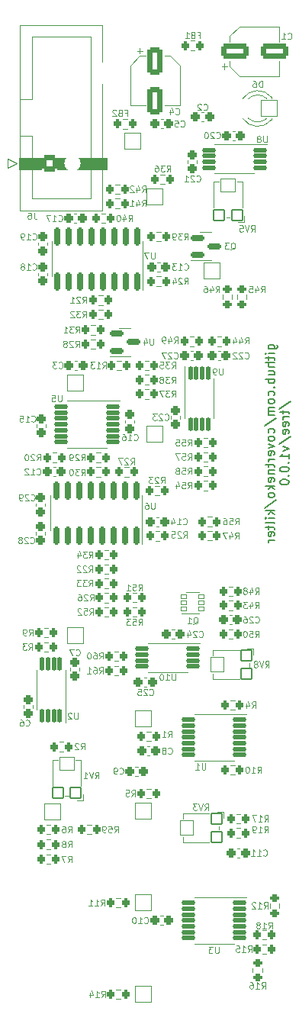
<source format=gbr>
%TF.GenerationSoftware,KiCad,Pcbnew,(6.0.9)*%
%TF.CreationDate,2022-12-28T20:00:02-08:00*%
%TF.ProjectId,kilter,6b696c74-6572-42e6-9b69-6361645f7063,rev?*%
%TF.SameCoordinates,Original*%
%TF.FileFunction,Legend,Bot*%
%TF.FilePolarity,Positive*%
%FSLAX46Y46*%
G04 Gerber Fmt 4.6, Leading zero omitted, Abs format (unit mm)*
G04 Created by KiCad (PCBNEW (6.0.9)) date 2022-12-28 20:00:02*
%MOMM*%
%LPD*%
G01*
G04 APERTURE LIST*
G04 Aperture macros list*
%AMRoundRect*
0 Rectangle with rounded corners*
0 $1 Rounding radius*
0 $2 $3 $4 $5 $6 $7 $8 $9 X,Y pos of 4 corners*
0 Add a 4 corners polygon primitive as box body*
4,1,4,$2,$3,$4,$5,$6,$7,$8,$9,$2,$3,0*
0 Add four circle primitives for the rounded corners*
1,1,$1+$1,$2,$3*
1,1,$1+$1,$4,$5*
1,1,$1+$1,$6,$7*
1,1,$1+$1,$8,$9*
0 Add four rect primitives between the rounded corners*
20,1,$1+$1,$2,$3,$4,$5,0*
20,1,$1+$1,$4,$5,$6,$7,0*
20,1,$1+$1,$6,$7,$8,$9,0*
20,1,$1+$1,$8,$9,$2,$3,0*%
G04 Aperture macros list end*
%ADD10C,0.100000*%
%ADD11C,0.150000*%
%ADD12C,0.120000*%
%ADD13RoundRect,0.051000X-0.900000X-0.900000X0.900000X-0.900000X0.900000X0.900000X-0.900000X0.900000X0*%
%ADD14C,1.902000*%
%ADD15C,2.302000*%
%ADD16RoundRect,0.051000X-0.900000X0.900000X-0.900000X-0.900000X0.900000X-0.900000X0.900000X0.900000X0*%
%ADD17O,2.822000X3.342000*%
%ADD18RoundRect,0.051000X0.900000X0.900000X-0.900000X0.900000X-0.900000X-0.900000X0.900000X-0.900000X0*%
%ADD19RoundRect,0.276000X0.225000X0.250000X-0.225000X0.250000X-0.225000X-0.250000X0.225000X-0.250000X0*%
%ADD20RoundRect,0.301000X-1.250000X-0.550000X1.250000X-0.550000X1.250000X0.550000X-1.250000X0.550000X0*%
%ADD21RoundRect,0.301000X-0.550000X1.250000X-0.550000X-1.250000X0.550000X-1.250000X0.550000X1.250000X0*%
%ADD22RoundRect,0.251000X-0.200000X-0.275000X0.200000X-0.275000X0.200000X0.275000X-0.200000X0.275000X0*%
%ADD23RoundRect,0.301000X-0.600000X-0.600000X0.600000X-0.600000X0.600000X0.600000X-0.600000X0.600000X0*%
%ADD24C,1.802000*%
%ADD25RoundRect,0.276000X-0.250000X0.225000X-0.250000X-0.225000X0.250000X-0.225000X0.250000X0.225000X0*%
%ADD26RoundRect,0.276000X-0.225000X-0.250000X0.225000X-0.250000X0.225000X0.250000X-0.225000X0.250000X0*%
%ADD27RoundRect,0.276000X0.250000X-0.225000X0.250000X0.225000X-0.250000X0.225000X-0.250000X-0.225000X0*%
%ADD28RoundRect,0.051000X-0.325000X-0.200000X0.325000X-0.200000X0.325000X0.200000X-0.325000X0.200000X0*%
%ADD29RoundRect,0.201000X-0.587500X-0.150000X0.587500X-0.150000X0.587500X0.150000X-0.587500X0.150000X0*%
%ADD30RoundRect,0.251000X0.200000X0.275000X-0.200000X0.275000X-0.200000X-0.275000X0.200000X-0.275000X0*%
%ADD31RoundRect,0.251000X0.275000X-0.200000X0.275000X0.200000X-0.275000X0.200000X-0.275000X-0.200000X0*%
%ADD32RoundRect,0.251000X-0.275000X0.200000X-0.275000X-0.200000X0.275000X-0.200000X0.275000X0.200000X0*%
%ADD33RoundRect,0.051000X0.600000X-0.600000X0.600000X0.600000X-0.600000X0.600000X-0.600000X-0.600000X0*%
%ADD34RoundRect,0.051000X0.800000X-0.750000X0.800000X0.750000X-0.800000X0.750000X-0.800000X-0.750000X0*%
%ADD35RoundRect,0.051000X0.600000X0.600000X-0.600000X0.600000X-0.600000X-0.600000X0.600000X-0.600000X0*%
%ADD36RoundRect,0.051000X0.750000X0.800000X-0.750000X0.800000X-0.750000X-0.800000X0.750000X-0.800000X0*%
%ADD37RoundRect,0.151000X0.637500X0.100000X-0.637500X0.100000X-0.637500X-0.100000X0.637500X-0.100000X0*%
%ADD38RoundRect,0.201000X0.150000X-0.825000X0.150000X0.825000X-0.150000X0.825000X-0.150000X-0.825000X0*%
%ADD39RoundRect,0.151000X0.100000X-0.637500X0.100000X0.637500X-0.100000X0.637500X-0.100000X-0.637500X0*%
%ADD40RoundRect,0.151000X-0.100000X0.637500X-0.100000X-0.637500X0.100000X-0.637500X0.100000X0.637500X0*%
G04 APERTURE END LIST*
D10*
G36*
X9906000Y-26162000D02*
G01*
X127000Y-26162000D01*
X127000Y-24892000D01*
X9906000Y-24892000D01*
X9906000Y-26162000D01*
G37*
X9906000Y-26162000D02*
X127000Y-26162000D01*
X127000Y-24892000D01*
X9906000Y-24892000D01*
X9906000Y-26162000D01*
D11*
X27809714Y-46126119D02*
X28619238Y-46126119D01*
X28714476Y-46078500D01*
X28762095Y-46030880D01*
X28809714Y-45935642D01*
X28809714Y-45792785D01*
X28762095Y-45697547D01*
X28428761Y-46126119D02*
X28476380Y-46030880D01*
X28476380Y-45840404D01*
X28428761Y-45745166D01*
X28381142Y-45697547D01*
X28285904Y-45649928D01*
X28000190Y-45649928D01*
X27904952Y-45697547D01*
X27857333Y-45745166D01*
X27809714Y-45840404D01*
X27809714Y-46030880D01*
X27857333Y-46126119D01*
X28476380Y-46602309D02*
X27809714Y-46602309D01*
X27476380Y-46602309D02*
X27524000Y-46554690D01*
X27571619Y-46602309D01*
X27524000Y-46649928D01*
X27476380Y-46602309D01*
X27571619Y-46602309D01*
X27809714Y-46935642D02*
X27809714Y-47316595D01*
X27476380Y-47078500D02*
X28333523Y-47078500D01*
X28428761Y-47126119D01*
X28476380Y-47221357D01*
X28476380Y-47316595D01*
X28476380Y-47649928D02*
X27476380Y-47649928D01*
X28476380Y-48078500D02*
X27952571Y-48078500D01*
X27857333Y-48030880D01*
X27809714Y-47935642D01*
X27809714Y-47792785D01*
X27857333Y-47697547D01*
X27904952Y-47649928D01*
X27809714Y-48983261D02*
X28476380Y-48983261D01*
X27809714Y-48554690D02*
X28333523Y-48554690D01*
X28428761Y-48602309D01*
X28476380Y-48697547D01*
X28476380Y-48840404D01*
X28428761Y-48935642D01*
X28381142Y-48983261D01*
X28476380Y-49459452D02*
X27476380Y-49459452D01*
X27857333Y-49459452D02*
X27809714Y-49554690D01*
X27809714Y-49745166D01*
X27857333Y-49840404D01*
X27904952Y-49888023D01*
X28000190Y-49935642D01*
X28285904Y-49935642D01*
X28381142Y-49888023D01*
X28428761Y-49840404D01*
X28476380Y-49745166D01*
X28476380Y-49554690D01*
X28428761Y-49459452D01*
X28381142Y-50364214D02*
X28428761Y-50411833D01*
X28476380Y-50364214D01*
X28428761Y-50316595D01*
X28381142Y-50364214D01*
X28476380Y-50364214D01*
X28428761Y-51268976D02*
X28476380Y-51173738D01*
X28476380Y-50983261D01*
X28428761Y-50888023D01*
X28381142Y-50840404D01*
X28285904Y-50792785D01*
X28000190Y-50792785D01*
X27904952Y-50840404D01*
X27857333Y-50888023D01*
X27809714Y-50983261D01*
X27809714Y-51173738D01*
X27857333Y-51268976D01*
X28476380Y-51840404D02*
X28428761Y-51745166D01*
X28381142Y-51697547D01*
X28285904Y-51649928D01*
X28000190Y-51649928D01*
X27904952Y-51697547D01*
X27857333Y-51745166D01*
X27809714Y-51840404D01*
X27809714Y-51983261D01*
X27857333Y-52078499D01*
X27904952Y-52126119D01*
X28000190Y-52173738D01*
X28285904Y-52173738D01*
X28381142Y-52126119D01*
X28428761Y-52078499D01*
X28476380Y-51983261D01*
X28476380Y-51840404D01*
X28476380Y-52602309D02*
X27809714Y-52602309D01*
X27904952Y-52602309D02*
X27857333Y-52649928D01*
X27809714Y-52745166D01*
X27809714Y-52888023D01*
X27857333Y-52983261D01*
X27952571Y-53030880D01*
X28476380Y-53030880D01*
X27952571Y-53030880D02*
X27857333Y-53078499D01*
X27809714Y-53173738D01*
X27809714Y-53316595D01*
X27857333Y-53411833D01*
X27952571Y-53459452D01*
X28476380Y-53459452D01*
X27428761Y-54649928D02*
X28714476Y-53792785D01*
X28428761Y-55411833D02*
X28476380Y-55316595D01*
X28476380Y-55126119D01*
X28428761Y-55030880D01*
X28381142Y-54983261D01*
X28285904Y-54935642D01*
X28000190Y-54935642D01*
X27904952Y-54983261D01*
X27857333Y-55030880D01*
X27809714Y-55126119D01*
X27809714Y-55316595D01*
X27857333Y-55411833D01*
X28476380Y-55983261D02*
X28428761Y-55888023D01*
X28381142Y-55840404D01*
X28285904Y-55792785D01*
X28000190Y-55792785D01*
X27904952Y-55840404D01*
X27857333Y-55888023D01*
X27809714Y-55983261D01*
X27809714Y-56126119D01*
X27857333Y-56221357D01*
X27904952Y-56268976D01*
X28000190Y-56316595D01*
X28285904Y-56316595D01*
X28381142Y-56268976D01*
X28428761Y-56221357D01*
X28476380Y-56126119D01*
X28476380Y-55983261D01*
X27809714Y-56649928D02*
X28476380Y-56888023D01*
X27809714Y-57126119D01*
X28428761Y-57888023D02*
X28476380Y-57792785D01*
X28476380Y-57602309D01*
X28428761Y-57507071D01*
X28333523Y-57459452D01*
X27952571Y-57459452D01*
X27857333Y-57507071D01*
X27809714Y-57602309D01*
X27809714Y-57792785D01*
X27857333Y-57888023D01*
X27952571Y-57935642D01*
X28047809Y-57935642D01*
X28143047Y-57459452D01*
X28476380Y-58364214D02*
X27809714Y-58364214D01*
X28000190Y-58364214D02*
X27904952Y-58411833D01*
X27857333Y-58459452D01*
X27809714Y-58554690D01*
X27809714Y-58649928D01*
X27809714Y-58840404D02*
X27809714Y-59221357D01*
X27476380Y-58983261D02*
X28333523Y-58983261D01*
X28428761Y-59030880D01*
X28476380Y-59126119D01*
X28476380Y-59221357D01*
X27809714Y-59554690D02*
X28476380Y-59554690D01*
X27904952Y-59554690D02*
X27857333Y-59602309D01*
X27809714Y-59697547D01*
X27809714Y-59840404D01*
X27857333Y-59935642D01*
X27952571Y-59983261D01*
X28476380Y-59983261D01*
X28428761Y-60840404D02*
X28476380Y-60745166D01*
X28476380Y-60554690D01*
X28428761Y-60459452D01*
X28333523Y-60411833D01*
X27952571Y-60411833D01*
X27857333Y-60459452D01*
X27809714Y-60554690D01*
X27809714Y-60745166D01*
X27857333Y-60840404D01*
X27952571Y-60888023D01*
X28047809Y-60888023D01*
X28143047Y-60411833D01*
X28476380Y-61316595D02*
X27476380Y-61316595D01*
X28095428Y-61411833D02*
X28476380Y-61697547D01*
X27809714Y-61697547D02*
X28190666Y-61316595D01*
X28476380Y-62268976D02*
X28428761Y-62173738D01*
X28381142Y-62126119D01*
X28285904Y-62078499D01*
X28000190Y-62078499D01*
X27904952Y-62126119D01*
X27857333Y-62173738D01*
X27809714Y-62268976D01*
X27809714Y-62411833D01*
X27857333Y-62507071D01*
X27904952Y-62554690D01*
X28000190Y-62602309D01*
X28285904Y-62602309D01*
X28381142Y-62554690D01*
X28428761Y-62507071D01*
X28476380Y-62411833D01*
X28476380Y-62268976D01*
X27428761Y-63745166D02*
X28714476Y-62888023D01*
X28476380Y-64078499D02*
X27476380Y-64078499D01*
X28095428Y-64173738D02*
X28476380Y-64459452D01*
X27809714Y-64459452D02*
X28190666Y-64078499D01*
X28476380Y-64888023D02*
X27809714Y-64888023D01*
X27476380Y-64888023D02*
X27524000Y-64840404D01*
X27571619Y-64888023D01*
X27524000Y-64935642D01*
X27476380Y-64888023D01*
X27571619Y-64888023D01*
X28476380Y-65507071D02*
X28428761Y-65411833D01*
X28333523Y-65364214D01*
X27476380Y-65364214D01*
X27809714Y-65745166D02*
X27809714Y-66126119D01*
X27476380Y-65888023D02*
X28333523Y-65888023D01*
X28428761Y-65935642D01*
X28476380Y-66030880D01*
X28476380Y-66126119D01*
X28428761Y-66840404D02*
X28476380Y-66745166D01*
X28476380Y-66554690D01*
X28428761Y-66459452D01*
X28333523Y-66411833D01*
X27952571Y-66411833D01*
X27857333Y-66459452D01*
X27809714Y-66554690D01*
X27809714Y-66745166D01*
X27857333Y-66840404D01*
X27952571Y-66888023D01*
X28047809Y-66888023D01*
X28143047Y-66411833D01*
X28476380Y-67316595D02*
X27809714Y-67316595D01*
X28000190Y-67316595D02*
X27904952Y-67364214D01*
X27857333Y-67411833D01*
X27809714Y-67507071D01*
X27809714Y-67602309D01*
X29038761Y-52745166D02*
X30324476Y-51888023D01*
X29419714Y-52935642D02*
X29419714Y-53316595D01*
X29086380Y-53078500D02*
X29943523Y-53078500D01*
X30038761Y-53126119D01*
X30086380Y-53221357D01*
X30086380Y-53316595D01*
X30086380Y-53649928D02*
X29419714Y-53649928D01*
X29610190Y-53649928D02*
X29514952Y-53697547D01*
X29467333Y-53745166D01*
X29419714Y-53840404D01*
X29419714Y-53935642D01*
X30038761Y-54649928D02*
X30086380Y-54554690D01*
X30086380Y-54364214D01*
X30038761Y-54268976D01*
X29943523Y-54221357D01*
X29562571Y-54221357D01*
X29467333Y-54268976D01*
X29419714Y-54364214D01*
X29419714Y-54554690D01*
X29467333Y-54649928D01*
X29562571Y-54697547D01*
X29657809Y-54697547D01*
X29753047Y-54221357D01*
X30038761Y-55507071D02*
X30086380Y-55411833D01*
X30086380Y-55221357D01*
X30038761Y-55126119D01*
X29943523Y-55078500D01*
X29562571Y-55078500D01*
X29467333Y-55126119D01*
X29419714Y-55221357D01*
X29419714Y-55411833D01*
X29467333Y-55507071D01*
X29562571Y-55554690D01*
X29657809Y-55554690D01*
X29753047Y-55078500D01*
X29038761Y-56697547D02*
X30324476Y-55840404D01*
X29419714Y-56935642D02*
X30086380Y-57173738D01*
X29419714Y-57411833D01*
X30086380Y-58316595D02*
X30086380Y-57745166D01*
X30086380Y-58030880D02*
X29086380Y-58030880D01*
X29229238Y-57935642D01*
X29324476Y-57840404D01*
X29372095Y-57745166D01*
X29991142Y-58745166D02*
X30038761Y-58792785D01*
X30086380Y-58745166D01*
X30038761Y-58697547D01*
X29991142Y-58745166D01*
X30086380Y-58745166D01*
X29086380Y-59411833D02*
X29086380Y-59507071D01*
X29134000Y-59602309D01*
X29181619Y-59649928D01*
X29276857Y-59697547D01*
X29467333Y-59745166D01*
X29705428Y-59745166D01*
X29895904Y-59697547D01*
X29991142Y-59649928D01*
X30038761Y-59602309D01*
X30086380Y-59507071D01*
X30086380Y-59411833D01*
X30038761Y-59316595D01*
X29991142Y-59268976D01*
X29895904Y-59221357D01*
X29705428Y-59173738D01*
X29467333Y-59173738D01*
X29276857Y-59221357D01*
X29181619Y-59268976D01*
X29134000Y-59316595D01*
X29086380Y-59411833D01*
X29991142Y-60173738D02*
X30038761Y-60221357D01*
X30086380Y-60173738D01*
X30038761Y-60126119D01*
X29991142Y-60173738D01*
X30086380Y-60173738D01*
X29086380Y-60840404D02*
X29086380Y-60935642D01*
X29134000Y-61030880D01*
X29181619Y-61078500D01*
X29276857Y-61126119D01*
X29467333Y-61173738D01*
X29705428Y-61173738D01*
X29895904Y-61126119D01*
X29991142Y-61078500D01*
X30038761Y-61030880D01*
X30086380Y-60935642D01*
X30086380Y-60840404D01*
X30038761Y-60745166D01*
X29991142Y-60697547D01*
X29895904Y-60649928D01*
X29705428Y-60602309D01*
X29467333Y-60602309D01*
X29276857Y-60649928D01*
X29181619Y-60697547D01*
X29134000Y-60745166D01*
X29086380Y-60840404D01*
D10*
%TO.C,C8*%
X16690166Y-90991500D02*
X16723500Y-91024833D01*
X16823500Y-91058166D01*
X16890166Y-91058166D01*
X16990166Y-91024833D01*
X17056833Y-90958166D01*
X17090166Y-90891500D01*
X17123500Y-90758166D01*
X17123500Y-90658166D01*
X17090166Y-90524833D01*
X17056833Y-90458166D01*
X16990166Y-90391500D01*
X16890166Y-90358166D01*
X16823500Y-90358166D01*
X16723500Y-90391500D01*
X16690166Y-90424833D01*
X16290166Y-90658166D02*
X16356833Y-90624833D01*
X16390166Y-90591500D01*
X16423500Y-90524833D01*
X16423500Y-90491500D01*
X16390166Y-90424833D01*
X16356833Y-90391500D01*
X16290166Y-90358166D01*
X16156833Y-90358166D01*
X16090166Y-90391500D01*
X16056833Y-90424833D01*
X16023500Y-90491500D01*
X16023500Y-90524833D01*
X16056833Y-90591500D01*
X16090166Y-90624833D01*
X16156833Y-90658166D01*
X16290166Y-90658166D01*
X16356833Y-90691500D01*
X16390166Y-90724833D01*
X16423500Y-90791500D01*
X16423500Y-90924833D01*
X16390166Y-90991500D01*
X16356833Y-91024833D01*
X16290166Y-91058166D01*
X16156833Y-91058166D01*
X16090166Y-91024833D01*
X16056833Y-90991500D01*
X16023500Y-90924833D01*
X16023500Y-90791500D01*
X16056833Y-90724833D01*
X16090166Y-90691500D01*
X16156833Y-90658166D01*
%TO.C,C9*%
X11292666Y-93214000D02*
X11326000Y-93247333D01*
X11426000Y-93280666D01*
X11492666Y-93280666D01*
X11592666Y-93247333D01*
X11659333Y-93180666D01*
X11692666Y-93114000D01*
X11726000Y-92980666D01*
X11726000Y-92880666D01*
X11692666Y-92747333D01*
X11659333Y-92680666D01*
X11592666Y-92614000D01*
X11492666Y-92580666D01*
X11426000Y-92580666D01*
X11326000Y-92614000D01*
X11292666Y-92647333D01*
X10959333Y-93280666D02*
X10826000Y-93280666D01*
X10759333Y-93247333D01*
X10726000Y-93214000D01*
X10659333Y-93114000D01*
X10626000Y-92980666D01*
X10626000Y-92714000D01*
X10659333Y-92647333D01*
X10692666Y-92614000D01*
X10759333Y-92580666D01*
X10892666Y-92580666D01*
X10959333Y-92614000D01*
X10992666Y-92647333D01*
X11026000Y-92714000D01*
X11026000Y-92880666D01*
X10992666Y-92947333D01*
X10959333Y-92980666D01*
X10892666Y-93014000D01*
X10759333Y-93014000D01*
X10692666Y-92980666D01*
X10659333Y-92947333D01*
X10626000Y-92880666D01*
%TO.C,C10*%
X14039000Y-109787500D02*
X14072333Y-109820833D01*
X14172333Y-109854166D01*
X14239000Y-109854166D01*
X14339000Y-109820833D01*
X14405666Y-109754166D01*
X14439000Y-109687500D01*
X14472333Y-109554166D01*
X14472333Y-109454166D01*
X14439000Y-109320833D01*
X14405666Y-109254166D01*
X14339000Y-109187500D01*
X14239000Y-109154166D01*
X14172333Y-109154166D01*
X14072333Y-109187500D01*
X14039000Y-109220833D01*
X13372333Y-109854166D02*
X13772333Y-109854166D01*
X13572333Y-109854166D02*
X13572333Y-109154166D01*
X13639000Y-109254166D01*
X13705666Y-109320833D01*
X13772333Y-109354166D01*
X12939000Y-109154166D02*
X12872333Y-109154166D01*
X12805666Y-109187500D01*
X12772333Y-109220833D01*
X12739000Y-109287500D01*
X12705666Y-109420833D01*
X12705666Y-109587500D01*
X12739000Y-109720833D01*
X12772333Y-109787500D01*
X12805666Y-109820833D01*
X12872333Y-109854166D01*
X12939000Y-109854166D01*
X13005666Y-109820833D01*
X13039000Y-109787500D01*
X13072333Y-109720833D01*
X13105666Y-109587500D01*
X13105666Y-109420833D01*
X13072333Y-109287500D01*
X13039000Y-109220833D01*
X13005666Y-109187500D01*
X12939000Y-109154166D01*
%TO.C,C11*%
X27247000Y-102294500D02*
X27280333Y-102327833D01*
X27380333Y-102361166D01*
X27447000Y-102361166D01*
X27547000Y-102327833D01*
X27613666Y-102261166D01*
X27647000Y-102194500D01*
X27680333Y-102061166D01*
X27680333Y-101961166D01*
X27647000Y-101827833D01*
X27613666Y-101761166D01*
X27547000Y-101694500D01*
X27447000Y-101661166D01*
X27380333Y-101661166D01*
X27280333Y-101694500D01*
X27247000Y-101727833D01*
X26580333Y-102361166D02*
X26980333Y-102361166D01*
X26780333Y-102361166D02*
X26780333Y-101661166D01*
X26847000Y-101761166D01*
X26913666Y-101827833D01*
X26980333Y-101861166D01*
X25913666Y-102361166D02*
X26313666Y-102361166D01*
X26113666Y-102361166D02*
X26113666Y-101661166D01*
X26180333Y-101761166D01*
X26247000Y-101827833D01*
X26313666Y-101861166D01*
%TO.C,C1*%
X29961666Y-11680000D02*
X29995000Y-11713333D01*
X30095000Y-11746666D01*
X30161666Y-11746666D01*
X30261666Y-11713333D01*
X30328333Y-11646666D01*
X30361666Y-11580000D01*
X30395000Y-11446666D01*
X30395000Y-11346666D01*
X30361666Y-11213333D01*
X30328333Y-11146666D01*
X30261666Y-11080000D01*
X30161666Y-11046666D01*
X30095000Y-11046666D01*
X29995000Y-11080000D01*
X29961666Y-11113333D01*
X29295000Y-11746666D02*
X29695000Y-11746666D01*
X29495000Y-11746666D02*
X29495000Y-11046666D01*
X29561666Y-11146666D01*
X29628333Y-11213333D01*
X29695000Y-11246666D01*
%TO.C,C4*%
X17515666Y-20021000D02*
X17549000Y-20054333D01*
X17649000Y-20087666D01*
X17715666Y-20087666D01*
X17815666Y-20054333D01*
X17882333Y-19987666D01*
X17915666Y-19921000D01*
X17949000Y-19787666D01*
X17949000Y-19687666D01*
X17915666Y-19554333D01*
X17882333Y-19487666D01*
X17815666Y-19421000D01*
X17715666Y-19387666D01*
X17649000Y-19387666D01*
X17549000Y-19421000D01*
X17515666Y-19454333D01*
X16915666Y-19621000D02*
X16915666Y-20087666D01*
X17082333Y-19354333D02*
X17249000Y-19854333D01*
X16815666Y-19854333D01*
%TO.C,C2*%
X20627166Y-19554000D02*
X20660500Y-19587333D01*
X20760500Y-19620666D01*
X20827166Y-19620666D01*
X20927166Y-19587333D01*
X20993833Y-19520666D01*
X21027166Y-19454000D01*
X21060500Y-19320666D01*
X21060500Y-19220666D01*
X21027166Y-19087333D01*
X20993833Y-19020666D01*
X20927166Y-18954000D01*
X20827166Y-18920666D01*
X20760500Y-18920666D01*
X20660500Y-18954000D01*
X20627166Y-18987333D01*
X20360500Y-18987333D02*
X20327166Y-18954000D01*
X20260500Y-18920666D01*
X20093833Y-18920666D01*
X20027166Y-18954000D01*
X19993833Y-18987333D01*
X19960500Y-19054000D01*
X19960500Y-19120666D01*
X19993833Y-19220666D01*
X20393833Y-19620666D01*
X19960500Y-19620666D01*
%TO.C,C5*%
X18087166Y-21395500D02*
X18120500Y-21428833D01*
X18220500Y-21462166D01*
X18287166Y-21462166D01*
X18387166Y-21428833D01*
X18453833Y-21362166D01*
X18487166Y-21295500D01*
X18520500Y-21162166D01*
X18520500Y-21062166D01*
X18487166Y-20928833D01*
X18453833Y-20862166D01*
X18387166Y-20795500D01*
X18287166Y-20762166D01*
X18220500Y-20762166D01*
X18120500Y-20795500D01*
X18087166Y-20828833D01*
X17453833Y-20762166D02*
X17787166Y-20762166D01*
X17820500Y-21095500D01*
X17787166Y-21062166D01*
X17720500Y-21028833D01*
X17553833Y-21028833D01*
X17487166Y-21062166D01*
X17453833Y-21095500D01*
X17420500Y-21162166D01*
X17420500Y-21328833D01*
X17453833Y-21395500D01*
X17487166Y-21428833D01*
X17553833Y-21462166D01*
X17720500Y-21462166D01*
X17787166Y-21428833D01*
X17820500Y-21395500D01*
%TO.C,FB1*%
X20014333Y-11253000D02*
X20247666Y-11253000D01*
X20247666Y-11619666D02*
X20247666Y-10919666D01*
X19914333Y-10919666D01*
X19414333Y-11253000D02*
X19314333Y-11286333D01*
X19281000Y-11319666D01*
X19247666Y-11386333D01*
X19247666Y-11486333D01*
X19281000Y-11553000D01*
X19314333Y-11586333D01*
X19381000Y-11619666D01*
X19647666Y-11619666D01*
X19647666Y-10919666D01*
X19414333Y-10919666D01*
X19347666Y-10953000D01*
X19314333Y-10986333D01*
X19281000Y-11053000D01*
X19281000Y-11119666D01*
X19314333Y-11186333D01*
X19347666Y-11219666D01*
X19414333Y-11253000D01*
X19647666Y-11253000D01*
X18581000Y-11619666D02*
X18981000Y-11619666D01*
X18781000Y-11619666D02*
X18781000Y-10919666D01*
X18847666Y-11019666D01*
X18914333Y-11086333D01*
X18981000Y-11119666D01*
%TO.C,FB2*%
X11937133Y-19914400D02*
X12170466Y-19914400D01*
X12170466Y-20281066D02*
X12170466Y-19581066D01*
X11837133Y-19581066D01*
X11337133Y-19914400D02*
X11237133Y-19947733D01*
X11203800Y-19981066D01*
X11170466Y-20047733D01*
X11170466Y-20147733D01*
X11203800Y-20214400D01*
X11237133Y-20247733D01*
X11303800Y-20281066D01*
X11570466Y-20281066D01*
X11570466Y-19581066D01*
X11337133Y-19581066D01*
X11270466Y-19614400D01*
X11237133Y-19647733D01*
X11203800Y-19714400D01*
X11203800Y-19781066D01*
X11237133Y-19847733D01*
X11270466Y-19881066D01*
X11337133Y-19914400D01*
X11570466Y-19914400D01*
X10903800Y-19647733D02*
X10870466Y-19614400D01*
X10803800Y-19581066D01*
X10637133Y-19581066D01*
X10570466Y-19614400D01*
X10537133Y-19647733D01*
X10503800Y-19714400D01*
X10503800Y-19781066D01*
X10537133Y-19881066D01*
X10937133Y-20281066D01*
X10503800Y-20281066D01*
%TO.C,J6*%
X1808133Y-30985666D02*
X1808133Y-31485666D01*
X1841466Y-31585666D01*
X1908133Y-31652333D01*
X2008133Y-31685666D01*
X2074800Y-31685666D01*
X1174800Y-30985666D02*
X1308133Y-30985666D01*
X1374800Y-31019000D01*
X1408133Y-31052333D01*
X1474800Y-31152333D01*
X1508133Y-31285666D01*
X1508133Y-31552333D01*
X1474800Y-31619000D01*
X1441466Y-31652333D01*
X1374800Y-31685666D01*
X1241466Y-31685666D01*
X1174800Y-31652333D01*
X1141466Y-31619000D01*
X1108133Y-31552333D01*
X1108133Y-31385666D01*
X1141466Y-31319000D01*
X1174800Y-31285666D01*
X1241466Y-31252333D01*
X1374800Y-31252333D01*
X1441466Y-31285666D01*
X1474800Y-31319000D01*
X1508133Y-31385666D01*
%TO.C,R1*%
X16690166Y-89216666D02*
X16923500Y-88883333D01*
X17090166Y-89216666D02*
X17090166Y-88516666D01*
X16823500Y-88516666D01*
X16756833Y-88550000D01*
X16723500Y-88583333D01*
X16690166Y-88650000D01*
X16690166Y-88750000D01*
X16723500Y-88816666D01*
X16756833Y-88850000D01*
X16823500Y-88883333D01*
X17090166Y-88883333D01*
X16023500Y-89216666D02*
X16423500Y-89216666D01*
X16223500Y-89216666D02*
X16223500Y-88516666D01*
X16290166Y-88616666D01*
X16356833Y-88683333D01*
X16423500Y-88716666D01*
%TO.C,C6*%
X878666Y-87880000D02*
X912000Y-87913333D01*
X1012000Y-87946666D01*
X1078666Y-87946666D01*
X1178666Y-87913333D01*
X1245333Y-87846666D01*
X1278666Y-87780000D01*
X1312000Y-87646666D01*
X1312000Y-87546666D01*
X1278666Y-87413333D01*
X1245333Y-87346666D01*
X1178666Y-87280000D01*
X1078666Y-87246666D01*
X1012000Y-87246666D01*
X912000Y-87280000D01*
X878666Y-87313333D01*
X278666Y-87246666D02*
X412000Y-87246666D01*
X478666Y-87280000D01*
X512000Y-87313333D01*
X578666Y-87413333D01*
X612000Y-87546666D01*
X612000Y-87813333D01*
X578666Y-87880000D01*
X545333Y-87913333D01*
X478666Y-87946666D01*
X345333Y-87946666D01*
X278666Y-87913333D01*
X245333Y-87880000D01*
X212000Y-87813333D01*
X212000Y-87646666D01*
X245333Y-87580000D01*
X278666Y-87546666D01*
X345333Y-87513333D01*
X478666Y-87513333D01*
X545333Y-87546666D01*
X578666Y-87580000D01*
X612000Y-87646666D01*
%TO.C,C7*%
X6466666Y-80069500D02*
X6500000Y-80102833D01*
X6600000Y-80136166D01*
X6666666Y-80136166D01*
X6766666Y-80102833D01*
X6833333Y-80036166D01*
X6866666Y-79969500D01*
X6900000Y-79836166D01*
X6900000Y-79736166D01*
X6866666Y-79602833D01*
X6833333Y-79536166D01*
X6766666Y-79469500D01*
X6666666Y-79436166D01*
X6600000Y-79436166D01*
X6500000Y-79469500D01*
X6466666Y-79502833D01*
X6233333Y-79436166D02*
X5766666Y-79436166D01*
X6066666Y-80136166D01*
%TO.C,C14*%
X18357000Y-65528000D02*
X18390333Y-65561333D01*
X18490333Y-65594666D01*
X18557000Y-65594666D01*
X18657000Y-65561333D01*
X18723666Y-65494666D01*
X18757000Y-65428000D01*
X18790333Y-65294666D01*
X18790333Y-65194666D01*
X18757000Y-65061333D01*
X18723666Y-64994666D01*
X18657000Y-64928000D01*
X18557000Y-64894666D01*
X18490333Y-64894666D01*
X18390333Y-64928000D01*
X18357000Y-64961333D01*
X17690333Y-65594666D02*
X18090333Y-65594666D01*
X17890333Y-65594666D02*
X17890333Y-64894666D01*
X17957000Y-64994666D01*
X18023666Y-65061333D01*
X18090333Y-65094666D01*
X17090333Y-65128000D02*
X17090333Y-65594666D01*
X17257000Y-64861333D02*
X17423666Y-65361333D01*
X16990333Y-65361333D01*
%TO.C,C26*%
X26358000Y-76424600D02*
X26391333Y-76457933D01*
X26491333Y-76491266D01*
X26558000Y-76491266D01*
X26658000Y-76457933D01*
X26724666Y-76391266D01*
X26758000Y-76324600D01*
X26791333Y-76191266D01*
X26791333Y-76091266D01*
X26758000Y-75957933D01*
X26724666Y-75891266D01*
X26658000Y-75824600D01*
X26558000Y-75791266D01*
X26491333Y-75791266D01*
X26391333Y-75824600D01*
X26358000Y-75857933D01*
X26091333Y-75857933D02*
X26058000Y-75824600D01*
X25991333Y-75791266D01*
X25824666Y-75791266D01*
X25758000Y-75824600D01*
X25724666Y-75857933D01*
X25691333Y-75924600D01*
X25691333Y-75991266D01*
X25724666Y-76091266D01*
X26124666Y-76491266D01*
X25691333Y-76491266D01*
X25091333Y-75791266D02*
X25224666Y-75791266D01*
X25291333Y-75824600D01*
X25324666Y-75857933D01*
X25391333Y-75957933D01*
X25424666Y-76091266D01*
X25424666Y-76357933D01*
X25391333Y-76424600D01*
X25358000Y-76457933D01*
X25291333Y-76491266D01*
X25158000Y-76491266D01*
X25091333Y-76457933D01*
X25058000Y-76424600D01*
X25024666Y-76357933D01*
X25024666Y-76191266D01*
X25058000Y-76124600D01*
X25091333Y-76091266D01*
X25158000Y-76057933D01*
X25291333Y-76057933D01*
X25358000Y-76091266D01*
X25391333Y-76124600D01*
X25424666Y-76191266D01*
%TO.C,C12*%
X2101000Y-60003500D02*
X2134333Y-60036833D01*
X2234333Y-60070166D01*
X2301000Y-60070166D01*
X2401000Y-60036833D01*
X2467666Y-59970166D01*
X2501000Y-59903500D01*
X2534333Y-59770166D01*
X2534333Y-59670166D01*
X2501000Y-59536833D01*
X2467666Y-59470166D01*
X2401000Y-59403500D01*
X2301000Y-59370166D01*
X2234333Y-59370166D01*
X2134333Y-59403500D01*
X2101000Y-59436833D01*
X1434333Y-60070166D02*
X1834333Y-60070166D01*
X1634333Y-60070166D02*
X1634333Y-59370166D01*
X1701000Y-59470166D01*
X1767666Y-59536833D01*
X1834333Y-59570166D01*
X1167666Y-59436833D02*
X1134333Y-59403500D01*
X1067666Y-59370166D01*
X900999Y-59370166D01*
X834333Y-59403500D01*
X801000Y-59436833D01*
X767666Y-59503500D01*
X767666Y-59570166D01*
X801000Y-59670166D01*
X1201000Y-60070166D01*
X767666Y-60070166D01*
%TO.C,C27*%
X17341000Y-47113000D02*
X17374333Y-47146333D01*
X17474333Y-47179666D01*
X17541000Y-47179666D01*
X17641000Y-47146333D01*
X17707666Y-47079666D01*
X17741000Y-47013000D01*
X17774333Y-46879666D01*
X17774333Y-46779666D01*
X17741000Y-46646333D01*
X17707666Y-46579666D01*
X17641000Y-46513000D01*
X17541000Y-46479666D01*
X17474333Y-46479666D01*
X17374333Y-46513000D01*
X17341000Y-46546333D01*
X17074333Y-46546333D02*
X17041000Y-46513000D01*
X16974333Y-46479666D01*
X16807666Y-46479666D01*
X16741000Y-46513000D01*
X16707666Y-46546333D01*
X16674333Y-46613000D01*
X16674333Y-46679666D01*
X16707666Y-46779666D01*
X17107666Y-47179666D01*
X16674333Y-47179666D01*
X16441000Y-46479666D02*
X15974333Y-46479666D01*
X16274333Y-47179666D01*
%TO.C,C15*%
X1529500Y-54136000D02*
X1562833Y-54169333D01*
X1662833Y-54202666D01*
X1729500Y-54202666D01*
X1829500Y-54169333D01*
X1896166Y-54102666D01*
X1929499Y-54036000D01*
X1962833Y-53902666D01*
X1962833Y-53802666D01*
X1929499Y-53669333D01*
X1896166Y-53602666D01*
X1829500Y-53536000D01*
X1729500Y-53502666D01*
X1662833Y-53502666D01*
X1562833Y-53536000D01*
X1529500Y-53569333D01*
X862833Y-54202666D02*
X1262833Y-54202666D01*
X1062833Y-54202666D02*
X1062833Y-53502666D01*
X1129500Y-53602666D01*
X1196166Y-53669333D01*
X1262833Y-53702666D01*
X229500Y-53502666D02*
X562833Y-53502666D01*
X596166Y-53836000D01*
X562833Y-53802666D01*
X496166Y-53769333D01*
X329499Y-53769333D01*
X262833Y-53802666D01*
X229500Y-53836000D01*
X196166Y-53902666D01*
X196166Y-54069333D01*
X229500Y-54136000D01*
X262833Y-54169333D01*
X329499Y-54202666D01*
X496166Y-54202666D01*
X562833Y-54169333D01*
X596166Y-54136000D01*
%TO.C,C20*%
X22040000Y-22678200D02*
X22073333Y-22711533D01*
X22173333Y-22744866D01*
X22240000Y-22744866D01*
X22340000Y-22711533D01*
X22406666Y-22644866D01*
X22440000Y-22578200D01*
X22473333Y-22444866D01*
X22473333Y-22344866D01*
X22440000Y-22211533D01*
X22406666Y-22144866D01*
X22340000Y-22078200D01*
X22240000Y-22044866D01*
X22173333Y-22044866D01*
X22073333Y-22078200D01*
X22040000Y-22111533D01*
X21773333Y-22111533D02*
X21740000Y-22078200D01*
X21673333Y-22044866D01*
X21506666Y-22044866D01*
X21440000Y-22078200D01*
X21406666Y-22111533D01*
X21373333Y-22178200D01*
X21373333Y-22244866D01*
X21406666Y-22344866D01*
X21806666Y-22744866D01*
X21373333Y-22744866D01*
X20940000Y-22044866D02*
X20873333Y-22044866D01*
X20806666Y-22078200D01*
X20773333Y-22111533D01*
X20740000Y-22178200D01*
X20706666Y-22311533D01*
X20706666Y-22478200D01*
X20740000Y-22611533D01*
X20773333Y-22678200D01*
X20806666Y-22711533D01*
X20873333Y-22744866D01*
X20940000Y-22744866D01*
X21006666Y-22711533D01*
X21040000Y-22678200D01*
X21073333Y-22611533D01*
X21106666Y-22478200D01*
X21106666Y-22311533D01*
X21073333Y-22178200D01*
X21040000Y-22111533D01*
X21006666Y-22078200D01*
X20940000Y-22044866D01*
%TO.C,C28*%
X1402500Y-67623500D02*
X1435833Y-67656833D01*
X1535833Y-67690166D01*
X1602500Y-67690166D01*
X1702500Y-67656833D01*
X1769166Y-67590166D01*
X1802499Y-67523500D01*
X1835833Y-67390166D01*
X1835833Y-67290166D01*
X1802499Y-67156833D01*
X1769166Y-67090166D01*
X1702500Y-67023500D01*
X1602500Y-66990166D01*
X1535833Y-66990166D01*
X1435833Y-67023500D01*
X1402500Y-67056833D01*
X1135833Y-67056833D02*
X1102499Y-67023500D01*
X1035833Y-66990166D01*
X869166Y-66990166D01*
X802499Y-67023500D01*
X769166Y-67056833D01*
X735833Y-67123500D01*
X735833Y-67190166D01*
X769166Y-67290166D01*
X1169166Y-67690166D01*
X735833Y-67690166D01*
X335833Y-67290166D02*
X402499Y-67256833D01*
X435833Y-67223500D01*
X469166Y-67156833D01*
X469166Y-67123500D01*
X435833Y-67056833D01*
X402499Y-67023500D01*
X335833Y-66990166D01*
X202499Y-66990166D01*
X135833Y-67023500D01*
X102500Y-67056833D01*
X69166Y-67123500D01*
X69166Y-67156833D01*
X102500Y-67223500D01*
X135833Y-67256833D01*
X202499Y-67290166D01*
X335833Y-67290166D01*
X402499Y-67323500D01*
X435833Y-67356833D01*
X469166Y-67423500D01*
X469166Y-67556833D01*
X435833Y-67623500D01*
X402499Y-67656833D01*
X335833Y-67690166D01*
X202499Y-67690166D01*
X135833Y-67656833D01*
X102500Y-67623500D01*
X69166Y-67556833D01*
X69166Y-67423500D01*
X102500Y-67356833D01*
X135833Y-67323500D01*
X202499Y-67290166D01*
%TO.C,C16*%
X12896000Y-56193500D02*
X12929333Y-56226833D01*
X13029333Y-56260166D01*
X13096000Y-56260166D01*
X13196000Y-56226833D01*
X13262666Y-56160166D01*
X13296000Y-56093500D01*
X13329333Y-55960166D01*
X13329333Y-55860166D01*
X13296000Y-55726833D01*
X13262666Y-55660166D01*
X13196000Y-55593500D01*
X13096000Y-55560166D01*
X13029333Y-55560166D01*
X12929333Y-55593500D01*
X12896000Y-55626833D01*
X12229333Y-56260166D02*
X12629333Y-56260166D01*
X12429333Y-56260166D02*
X12429333Y-55560166D01*
X12496000Y-55660166D01*
X12562666Y-55726833D01*
X12629333Y-55760166D01*
X11629333Y-55560166D02*
X11762666Y-55560166D01*
X11829333Y-55593500D01*
X11862666Y-55626833D01*
X11929333Y-55726833D01*
X11962666Y-55860166D01*
X11962666Y-56126833D01*
X11929333Y-56193500D01*
X11896000Y-56226833D01*
X11829333Y-56260166D01*
X11696000Y-56260166D01*
X11629333Y-56226833D01*
X11596000Y-56193500D01*
X11562666Y-56126833D01*
X11562666Y-55960166D01*
X11596000Y-55893500D01*
X11629333Y-55860166D01*
X11696000Y-55826833D01*
X11829333Y-55826833D01*
X11896000Y-55860166D01*
X11929333Y-55893500D01*
X11962666Y-55960166D01*
%TO.C,C21*%
X19830200Y-27478700D02*
X19863533Y-27512033D01*
X19963533Y-27545366D01*
X20030200Y-27545366D01*
X20130200Y-27512033D01*
X20196866Y-27445366D01*
X20230200Y-27378700D01*
X20263533Y-27245366D01*
X20263533Y-27145366D01*
X20230200Y-27012033D01*
X20196866Y-26945366D01*
X20130200Y-26878700D01*
X20030200Y-26845366D01*
X19963533Y-26845366D01*
X19863533Y-26878700D01*
X19830200Y-26912033D01*
X19563533Y-26912033D02*
X19530200Y-26878700D01*
X19463533Y-26845366D01*
X19296866Y-26845366D01*
X19230200Y-26878700D01*
X19196866Y-26912033D01*
X19163533Y-26978700D01*
X19163533Y-27045366D01*
X19196866Y-27145366D01*
X19596866Y-27545366D01*
X19163533Y-27545366D01*
X18496866Y-27545366D02*
X18896866Y-27545366D01*
X18696866Y-27545366D02*
X18696866Y-26845366D01*
X18763533Y-26945366D01*
X18830200Y-27012033D01*
X18896866Y-27045366D01*
%TO.C,C29*%
X1466000Y-62861000D02*
X1499333Y-62894333D01*
X1599333Y-62927666D01*
X1666000Y-62927666D01*
X1766000Y-62894333D01*
X1832666Y-62827666D01*
X1865999Y-62761000D01*
X1899333Y-62627666D01*
X1899333Y-62527666D01*
X1865999Y-62394333D01*
X1832666Y-62327666D01*
X1766000Y-62261000D01*
X1666000Y-62227666D01*
X1599333Y-62227666D01*
X1499333Y-62261000D01*
X1466000Y-62294333D01*
X1199333Y-62294333D02*
X1165999Y-62261000D01*
X1099333Y-62227666D01*
X932666Y-62227666D01*
X865999Y-62261000D01*
X832666Y-62294333D01*
X799333Y-62361000D01*
X799333Y-62427666D01*
X832666Y-62527666D01*
X1232666Y-62927666D01*
X799333Y-62927666D01*
X465999Y-62927666D02*
X332666Y-62927666D01*
X265999Y-62894333D01*
X232666Y-62861000D01*
X166000Y-62761000D01*
X132666Y-62627666D01*
X132666Y-62361000D01*
X166000Y-62294333D01*
X199333Y-62261000D01*
X265999Y-62227666D01*
X399333Y-62227666D01*
X465999Y-62261000D01*
X499333Y-62294333D01*
X532666Y-62361000D01*
X532666Y-62527666D01*
X499333Y-62594333D01*
X465999Y-62627666D01*
X399333Y-62661000D01*
X265999Y-62661000D01*
X199333Y-62627666D01*
X166000Y-62594333D01*
X132666Y-62527666D01*
%TO.C,C24*%
X20134900Y-78024800D02*
X20168233Y-78058133D01*
X20268233Y-78091466D01*
X20334900Y-78091466D01*
X20434900Y-78058133D01*
X20501566Y-77991466D01*
X20534900Y-77924800D01*
X20568233Y-77791466D01*
X20568233Y-77691466D01*
X20534900Y-77558133D01*
X20501566Y-77491466D01*
X20434900Y-77424800D01*
X20334900Y-77391466D01*
X20268233Y-77391466D01*
X20168233Y-77424800D01*
X20134900Y-77458133D01*
X19868233Y-77458133D02*
X19834900Y-77424800D01*
X19768233Y-77391466D01*
X19601566Y-77391466D01*
X19534900Y-77424800D01*
X19501566Y-77458133D01*
X19468233Y-77524800D01*
X19468233Y-77591466D01*
X19501566Y-77691466D01*
X19901566Y-78091466D01*
X19468233Y-78091466D01*
X18868233Y-77624800D02*
X18868233Y-78091466D01*
X19034900Y-77358133D02*
X19201566Y-77858133D01*
X18768233Y-77858133D01*
%TO.C,C25*%
X14623200Y-84476400D02*
X14656533Y-84509733D01*
X14756533Y-84543066D01*
X14823200Y-84543066D01*
X14923200Y-84509733D01*
X14989866Y-84443066D01*
X15023200Y-84376400D01*
X15056533Y-84243066D01*
X15056533Y-84143066D01*
X15023200Y-84009733D01*
X14989866Y-83943066D01*
X14923200Y-83876400D01*
X14823200Y-83843066D01*
X14756533Y-83843066D01*
X14656533Y-83876400D01*
X14623200Y-83909733D01*
X14356533Y-83909733D02*
X14323200Y-83876400D01*
X14256533Y-83843066D01*
X14089866Y-83843066D01*
X14023200Y-83876400D01*
X13989866Y-83909733D01*
X13956533Y-83976400D01*
X13956533Y-84043066D01*
X13989866Y-84143066D01*
X14389866Y-84543066D01*
X13956533Y-84543066D01*
X13323200Y-83843066D02*
X13656533Y-83843066D01*
X13689866Y-84176400D01*
X13656533Y-84143066D01*
X13589866Y-84109733D01*
X13423200Y-84109733D01*
X13356533Y-84143066D01*
X13323200Y-84176400D01*
X13289866Y-84243066D01*
X13289866Y-84409733D01*
X13323200Y-84476400D01*
X13356533Y-84509733D01*
X13423200Y-84543066D01*
X13589866Y-84543066D01*
X13656533Y-84509733D01*
X13689866Y-84476400D01*
%TO.C,D6*%
X27140866Y-17080666D02*
X27140866Y-16380666D01*
X26974200Y-16380666D01*
X26874200Y-16414000D01*
X26807533Y-16480666D01*
X26774200Y-16547333D01*
X26740866Y-16680666D01*
X26740866Y-16780666D01*
X26774200Y-16914000D01*
X26807533Y-16980666D01*
X26874200Y-17047333D01*
X26974200Y-17080666D01*
X27140866Y-17080666D01*
X26140866Y-16380666D02*
X26274200Y-16380666D01*
X26340866Y-16414000D01*
X26374200Y-16447333D01*
X26440866Y-16547333D01*
X26474200Y-16680666D01*
X26474200Y-16947333D01*
X26440866Y-17014000D01*
X26407533Y-17047333D01*
X26340866Y-17080666D01*
X26207533Y-17080666D01*
X26140866Y-17047333D01*
X26107533Y-17014000D01*
X26074200Y-16947333D01*
X26074200Y-16780666D01*
X26107533Y-16714000D01*
X26140866Y-16680666D01*
X26207533Y-16647333D01*
X26340866Y-16647333D01*
X26407533Y-16680666D01*
X26440866Y-16714000D01*
X26474200Y-16780666D01*
%TO.C,Q1*%
X19472266Y-76652933D02*
X19538933Y-76619600D01*
X19605600Y-76552933D01*
X19705600Y-76452933D01*
X19772266Y-76419600D01*
X19838933Y-76419600D01*
X19805600Y-76586266D02*
X19872266Y-76552933D01*
X19938933Y-76486266D01*
X19972266Y-76352933D01*
X19972266Y-76119600D01*
X19938933Y-75986266D01*
X19872266Y-75919600D01*
X19805600Y-75886266D01*
X19672266Y-75886266D01*
X19605600Y-75919600D01*
X19538933Y-75986266D01*
X19505600Y-76119600D01*
X19505600Y-76352933D01*
X19538933Y-76486266D01*
X19605600Y-76552933D01*
X19672266Y-76586266D01*
X19805600Y-76586266D01*
X18838933Y-76586266D02*
X19238933Y-76586266D01*
X19038933Y-76586266D02*
X19038933Y-75886266D01*
X19105600Y-75986266D01*
X19172266Y-76052933D01*
X19238933Y-76086266D01*
%TO.C,Q3*%
X23612466Y-35105133D02*
X23679133Y-35071800D01*
X23745800Y-35005133D01*
X23845800Y-34905133D01*
X23912466Y-34871800D01*
X23979133Y-34871800D01*
X23945800Y-35038466D02*
X24012466Y-35005133D01*
X24079133Y-34938466D01*
X24112466Y-34805133D01*
X24112466Y-34571800D01*
X24079133Y-34438466D01*
X24012466Y-34371800D01*
X23945800Y-34338466D01*
X23812466Y-34338466D01*
X23745800Y-34371800D01*
X23679133Y-34438466D01*
X23645800Y-34571800D01*
X23645800Y-34805133D01*
X23679133Y-34938466D01*
X23745800Y-35005133D01*
X23812466Y-35038466D01*
X23945800Y-35038466D01*
X23412466Y-34338466D02*
X22979133Y-34338466D01*
X23212466Y-34605133D01*
X23112466Y-34605133D01*
X23045800Y-34638466D01*
X23012466Y-34671800D01*
X22979133Y-34738466D01*
X22979133Y-34905133D01*
X23012466Y-34971800D01*
X23045800Y-35005133D01*
X23112466Y-35038466D01*
X23312466Y-35038466D01*
X23379133Y-35005133D01*
X23412466Y-34971800D01*
%TO.C,R6*%
X5577666Y-99757666D02*
X5811000Y-99424333D01*
X5977666Y-99757666D02*
X5977666Y-99057666D01*
X5711000Y-99057666D01*
X5644333Y-99091000D01*
X5611000Y-99124333D01*
X5577666Y-99191000D01*
X5577666Y-99291000D01*
X5611000Y-99357666D01*
X5644333Y-99391000D01*
X5711000Y-99424333D01*
X5977666Y-99424333D01*
X4977666Y-99057666D02*
X5111000Y-99057666D01*
X5177666Y-99091000D01*
X5211000Y-99124333D01*
X5277666Y-99224333D01*
X5311000Y-99357666D01*
X5311000Y-99624333D01*
X5277666Y-99691000D01*
X5244333Y-99724333D01*
X5177666Y-99757666D01*
X5044333Y-99757666D01*
X4977666Y-99724333D01*
X4944333Y-99691000D01*
X4911000Y-99624333D01*
X4911000Y-99457666D01*
X4944333Y-99391000D01*
X4977666Y-99357666D01*
X5044333Y-99324333D01*
X5177666Y-99324333D01*
X5244333Y-99357666D01*
X5277666Y-99391000D01*
X5311000Y-99457666D01*
%TO.C,R7*%
X5577666Y-103059666D02*
X5811000Y-102726333D01*
X5977666Y-103059666D02*
X5977666Y-102359666D01*
X5711000Y-102359666D01*
X5644333Y-102393000D01*
X5611000Y-102426333D01*
X5577666Y-102493000D01*
X5577666Y-102593000D01*
X5611000Y-102659666D01*
X5644333Y-102693000D01*
X5711000Y-102726333D01*
X5977666Y-102726333D01*
X5344333Y-102359666D02*
X4877666Y-102359666D01*
X5177666Y-103059666D01*
%TO.C,R9*%
X1234166Y-77913666D02*
X1467500Y-77580333D01*
X1634166Y-77913666D02*
X1634166Y-77213666D01*
X1367500Y-77213666D01*
X1300833Y-77247000D01*
X1267500Y-77280333D01*
X1234166Y-77347000D01*
X1234166Y-77447000D01*
X1267500Y-77513666D01*
X1300833Y-77547000D01*
X1367500Y-77580333D01*
X1634166Y-77580333D01*
X900833Y-77913666D02*
X767500Y-77913666D01*
X700833Y-77880333D01*
X667500Y-77847000D01*
X600833Y-77747000D01*
X567500Y-77613666D01*
X567500Y-77347000D01*
X600833Y-77280333D01*
X634166Y-77247000D01*
X700833Y-77213666D01*
X834166Y-77213666D01*
X900833Y-77247000D01*
X934166Y-77280333D01*
X967500Y-77347000D01*
X967500Y-77513666D01*
X934166Y-77580333D01*
X900833Y-77613666D01*
X834166Y-77647000D01*
X700833Y-77647000D01*
X634166Y-77613666D01*
X600833Y-77580333D01*
X567500Y-77513666D01*
%TO.C,R3*%
X1196166Y-79501166D02*
X1429500Y-79167833D01*
X1596166Y-79501166D02*
X1596166Y-78801166D01*
X1329500Y-78801166D01*
X1262833Y-78834500D01*
X1229500Y-78867833D01*
X1196166Y-78934500D01*
X1196166Y-79034500D01*
X1229500Y-79101166D01*
X1262833Y-79134500D01*
X1329500Y-79167833D01*
X1596166Y-79167833D01*
X962833Y-78801166D02*
X529500Y-78801166D01*
X762833Y-79067833D01*
X662833Y-79067833D01*
X596166Y-79101166D01*
X562833Y-79134500D01*
X529500Y-79201166D01*
X529500Y-79367833D01*
X562833Y-79434500D01*
X596166Y-79467833D01*
X662833Y-79501166D01*
X862833Y-79501166D01*
X929500Y-79467833D01*
X962833Y-79434500D01*
%TO.C,R4*%
X25999266Y-85940066D02*
X26232600Y-85606733D01*
X26399266Y-85940066D02*
X26399266Y-85240066D01*
X26132600Y-85240066D01*
X26065933Y-85273400D01*
X26032600Y-85306733D01*
X25999266Y-85373400D01*
X25999266Y-85473400D01*
X26032600Y-85540066D01*
X26065933Y-85573400D01*
X26132600Y-85606733D01*
X26399266Y-85606733D01*
X25399266Y-85473400D02*
X25399266Y-85940066D01*
X25565933Y-85206733D02*
X25732600Y-85706733D01*
X25299266Y-85706733D01*
%TO.C,R10*%
X26612000Y-93153666D02*
X26845333Y-92820333D01*
X27012000Y-93153666D02*
X27012000Y-92453666D01*
X26745333Y-92453666D01*
X26678666Y-92487000D01*
X26645333Y-92520333D01*
X26612000Y-92587000D01*
X26612000Y-92687000D01*
X26645333Y-92753666D01*
X26678666Y-92787000D01*
X26745333Y-92820333D01*
X27012000Y-92820333D01*
X25945333Y-93153666D02*
X26345333Y-93153666D01*
X26145333Y-93153666D02*
X26145333Y-92453666D01*
X26212000Y-92553666D01*
X26278666Y-92620333D01*
X26345333Y-92653666D01*
X25512000Y-92453666D02*
X25445333Y-92453666D01*
X25378666Y-92487000D01*
X25345333Y-92520333D01*
X25312000Y-92587000D01*
X25278666Y-92720333D01*
X25278666Y-92887000D01*
X25312000Y-93020333D01*
X25345333Y-93087000D01*
X25378666Y-93120333D01*
X25445333Y-93153666D01*
X25512000Y-93153666D01*
X25578666Y-93120333D01*
X25612000Y-93087000D01*
X25645333Y-93020333D01*
X25678666Y-92887000D01*
X25678666Y-92720333D01*
X25645333Y-92587000D01*
X25612000Y-92520333D01*
X25578666Y-92487000D01*
X25512000Y-92453666D01*
%TO.C,R12*%
X27310500Y-108203166D02*
X27543833Y-107869833D01*
X27710500Y-108203166D02*
X27710500Y-107503166D01*
X27443833Y-107503166D01*
X27377166Y-107536500D01*
X27343833Y-107569833D01*
X27310500Y-107636500D01*
X27310500Y-107736500D01*
X27343833Y-107803166D01*
X27377166Y-107836500D01*
X27443833Y-107869833D01*
X27710500Y-107869833D01*
X26643833Y-108203166D02*
X27043833Y-108203166D01*
X26843833Y-108203166D02*
X26843833Y-107503166D01*
X26910500Y-107603166D01*
X26977166Y-107669833D01*
X27043833Y-107703166D01*
X26377166Y-107569833D02*
X26343833Y-107536500D01*
X26277166Y-107503166D01*
X26110500Y-107503166D01*
X26043833Y-107536500D01*
X26010500Y-107569833D01*
X25977166Y-107636500D01*
X25977166Y-107703166D01*
X26010500Y-107803166D01*
X26410500Y-108203166D01*
X25977166Y-108203166D01*
%TO.C,R16*%
X27056500Y-117093166D02*
X27289833Y-116759833D01*
X27456500Y-117093166D02*
X27456500Y-116393166D01*
X27189833Y-116393166D01*
X27123166Y-116426500D01*
X27089833Y-116459833D01*
X27056500Y-116526500D01*
X27056500Y-116626500D01*
X27089833Y-116693166D01*
X27123166Y-116726500D01*
X27189833Y-116759833D01*
X27456500Y-116759833D01*
X26389833Y-117093166D02*
X26789833Y-117093166D01*
X26589833Y-117093166D02*
X26589833Y-116393166D01*
X26656500Y-116493166D01*
X26723166Y-116559833D01*
X26789833Y-116593166D01*
X25789833Y-116393166D02*
X25923166Y-116393166D01*
X25989833Y-116426500D01*
X26023166Y-116459833D01*
X26089833Y-116559833D01*
X26123166Y-116693166D01*
X26123166Y-116959833D01*
X26089833Y-117026500D01*
X26056500Y-117059833D01*
X25989833Y-117093166D01*
X25856500Y-117093166D01*
X25789833Y-117059833D01*
X25756500Y-117026500D01*
X25723166Y-116959833D01*
X25723166Y-116793166D01*
X25756500Y-116726500D01*
X25789833Y-116693166D01*
X25856500Y-116659833D01*
X25989833Y-116659833D01*
X26056500Y-116693166D01*
X26089833Y-116726500D01*
X26123166Y-116793166D01*
%TO.C,R5*%
X12626166Y-95757166D02*
X12859500Y-95423833D01*
X13026166Y-95757166D02*
X13026166Y-95057166D01*
X12759500Y-95057166D01*
X12692833Y-95090500D01*
X12659500Y-95123833D01*
X12626166Y-95190500D01*
X12626166Y-95290500D01*
X12659500Y-95357166D01*
X12692833Y-95390500D01*
X12759500Y-95423833D01*
X13026166Y-95423833D01*
X11992833Y-95057166D02*
X12326166Y-95057166D01*
X12359500Y-95390500D01*
X12326166Y-95357166D01*
X12259500Y-95323833D01*
X12092833Y-95323833D01*
X12026166Y-95357166D01*
X11992833Y-95390500D01*
X11959500Y-95457166D01*
X11959500Y-95623833D01*
X11992833Y-95690500D01*
X12026166Y-95723833D01*
X12092833Y-95757166D01*
X12259500Y-95757166D01*
X12326166Y-95723833D01*
X12359500Y-95690500D01*
%TO.C,R11*%
X9213000Y-107885666D02*
X9446333Y-107552333D01*
X9613000Y-107885666D02*
X9613000Y-107185666D01*
X9346333Y-107185666D01*
X9279666Y-107219000D01*
X9246333Y-107252333D01*
X9213000Y-107319000D01*
X9213000Y-107419000D01*
X9246333Y-107485666D01*
X9279666Y-107519000D01*
X9346333Y-107552333D01*
X9613000Y-107552333D01*
X8546333Y-107885666D02*
X8946333Y-107885666D01*
X8746333Y-107885666D02*
X8746333Y-107185666D01*
X8813000Y-107285666D01*
X8879666Y-107352333D01*
X8946333Y-107385666D01*
X7879666Y-107885666D02*
X8279666Y-107885666D01*
X8079666Y-107885666D02*
X8079666Y-107185666D01*
X8146333Y-107285666D01*
X8213000Y-107352333D01*
X8279666Y-107385666D01*
%TO.C,R14*%
X9276500Y-118045666D02*
X9509833Y-117712333D01*
X9676500Y-118045666D02*
X9676500Y-117345666D01*
X9409833Y-117345666D01*
X9343166Y-117379000D01*
X9309833Y-117412333D01*
X9276500Y-117479000D01*
X9276500Y-117579000D01*
X9309833Y-117645666D01*
X9343166Y-117679000D01*
X9409833Y-117712333D01*
X9676500Y-117712333D01*
X8609833Y-118045666D02*
X9009833Y-118045666D01*
X8809833Y-118045666D02*
X8809833Y-117345666D01*
X8876500Y-117445666D01*
X8943166Y-117512333D01*
X9009833Y-117545666D01*
X8009833Y-117579000D02*
X8009833Y-118045666D01*
X8176500Y-117312333D02*
X8343166Y-117812333D01*
X7909833Y-117812333D01*
%TO.C,R22*%
X7879500Y-70865166D02*
X8112833Y-70531833D01*
X8279500Y-70865166D02*
X8279500Y-70165166D01*
X8012833Y-70165166D01*
X7946166Y-70198500D01*
X7912833Y-70231833D01*
X7879500Y-70298500D01*
X7879500Y-70398500D01*
X7912833Y-70465166D01*
X7946166Y-70498500D01*
X8012833Y-70531833D01*
X8279500Y-70531833D01*
X7612833Y-70231833D02*
X7579500Y-70198500D01*
X7512833Y-70165166D01*
X7346166Y-70165166D01*
X7279500Y-70198500D01*
X7246166Y-70231833D01*
X7212833Y-70298500D01*
X7212833Y-70365166D01*
X7246166Y-70465166D01*
X7646166Y-70865166D01*
X7212833Y-70865166D01*
X6946166Y-70231833D02*
X6912833Y-70198500D01*
X6846166Y-70165166D01*
X6679500Y-70165166D01*
X6612833Y-70198500D01*
X6579500Y-70231833D01*
X6546166Y-70298500D01*
X6546166Y-70365166D01*
X6579500Y-70465166D01*
X6979500Y-70865166D01*
X6546166Y-70865166D01*
%TO.C,R56*%
X24135500Y-65594666D02*
X24368833Y-65261333D01*
X24535500Y-65594666D02*
X24535500Y-64894666D01*
X24268833Y-64894666D01*
X24202166Y-64928000D01*
X24168833Y-64961333D01*
X24135500Y-65028000D01*
X24135500Y-65128000D01*
X24168833Y-65194666D01*
X24202166Y-65228000D01*
X24268833Y-65261333D01*
X24535500Y-65261333D01*
X23502166Y-64894666D02*
X23835500Y-64894666D01*
X23868833Y-65228000D01*
X23835500Y-65194666D01*
X23768833Y-65161333D01*
X23602166Y-65161333D01*
X23535500Y-65194666D01*
X23502166Y-65228000D01*
X23468833Y-65294666D01*
X23468833Y-65461333D01*
X23502166Y-65528000D01*
X23535500Y-65561333D01*
X23602166Y-65594666D01*
X23768833Y-65594666D01*
X23835500Y-65561333D01*
X23868833Y-65528000D01*
X22868833Y-64894666D02*
X23002166Y-64894666D01*
X23068833Y-64928000D01*
X23102166Y-64961333D01*
X23168833Y-65061333D01*
X23202166Y-65194666D01*
X23202166Y-65461333D01*
X23168833Y-65528000D01*
X23135500Y-65561333D01*
X23068833Y-65594666D01*
X22935500Y-65594666D01*
X22868833Y-65561333D01*
X22835500Y-65528000D01*
X22802166Y-65461333D01*
X22802166Y-65294666D01*
X22835500Y-65228000D01*
X22868833Y-65194666D01*
X22935500Y-65161333D01*
X23068833Y-65161333D01*
X23135500Y-65194666D01*
X23168833Y-65228000D01*
X23202166Y-65294666D01*
%TO.C,R52*%
X7968400Y-75602266D02*
X8201733Y-75268933D01*
X8368400Y-75602266D02*
X8368400Y-74902266D01*
X8101733Y-74902266D01*
X8035066Y-74935600D01*
X8001733Y-74968933D01*
X7968400Y-75035600D01*
X7968400Y-75135600D01*
X8001733Y-75202266D01*
X8035066Y-75235600D01*
X8101733Y-75268933D01*
X8368400Y-75268933D01*
X7335066Y-74902266D02*
X7668400Y-74902266D01*
X7701733Y-75235600D01*
X7668400Y-75202266D01*
X7601733Y-75168933D01*
X7435066Y-75168933D01*
X7368400Y-75202266D01*
X7335066Y-75235600D01*
X7301733Y-75302266D01*
X7301733Y-75468933D01*
X7335066Y-75535600D01*
X7368400Y-75568933D01*
X7435066Y-75602266D01*
X7601733Y-75602266D01*
X7668400Y-75568933D01*
X7701733Y-75535600D01*
X7035066Y-74968933D02*
X7001733Y-74935600D01*
X6935066Y-74902266D01*
X6768400Y-74902266D01*
X6701733Y-74935600D01*
X6668400Y-74968933D01*
X6635066Y-75035600D01*
X6635066Y-75102266D01*
X6668400Y-75202266D01*
X7068400Y-75602266D01*
X6635066Y-75602266D01*
%TO.C,R20*%
X2101000Y-58482666D02*
X2334333Y-58149333D01*
X2501000Y-58482666D02*
X2501000Y-57782666D01*
X2234333Y-57782666D01*
X2167666Y-57816000D01*
X2134333Y-57849333D01*
X2101000Y-57916000D01*
X2101000Y-58016000D01*
X2134333Y-58082666D01*
X2167666Y-58116000D01*
X2234333Y-58149333D01*
X2501000Y-58149333D01*
X1834333Y-57849333D02*
X1800999Y-57816000D01*
X1734333Y-57782666D01*
X1567666Y-57782666D01*
X1501000Y-57816000D01*
X1467666Y-57849333D01*
X1434333Y-57916000D01*
X1434333Y-57982666D01*
X1467666Y-58082666D01*
X1867666Y-58482666D01*
X1434333Y-58482666D01*
X1000999Y-57782666D02*
X934333Y-57782666D01*
X867666Y-57816000D01*
X834333Y-57849333D01*
X801000Y-57916000D01*
X767666Y-58049333D01*
X767666Y-58216000D01*
X801000Y-58349333D01*
X834333Y-58416000D01*
X867666Y-58449333D01*
X934333Y-58482666D01*
X1000999Y-58482666D01*
X1067666Y-58449333D01*
X1101000Y-58416000D01*
X1134333Y-58349333D01*
X1167666Y-58216000D01*
X1167666Y-58049333D01*
X1134333Y-57916000D01*
X1101000Y-57849333D01*
X1067666Y-57816000D01*
X1000999Y-57782666D01*
%TO.C,R37*%
X17087000Y-51434166D02*
X17320333Y-51100833D01*
X17487000Y-51434166D02*
X17487000Y-50734166D01*
X17220333Y-50734166D01*
X17153666Y-50767500D01*
X17120333Y-50800833D01*
X17087000Y-50867500D01*
X17087000Y-50967500D01*
X17120333Y-51034166D01*
X17153666Y-51067500D01*
X17220333Y-51100833D01*
X17487000Y-51100833D01*
X16853666Y-50734166D02*
X16420333Y-50734166D01*
X16653666Y-51000833D01*
X16553666Y-51000833D01*
X16487000Y-51034166D01*
X16453666Y-51067500D01*
X16420333Y-51134166D01*
X16420333Y-51300833D01*
X16453666Y-51367500D01*
X16487000Y-51400833D01*
X16553666Y-51434166D01*
X16753666Y-51434166D01*
X16820333Y-51400833D01*
X16853666Y-51367500D01*
X16187000Y-50734166D02*
X15720333Y-50734166D01*
X16020333Y-51434166D01*
%TO.C,R38*%
X17087000Y-49910166D02*
X17320333Y-49576833D01*
X17487000Y-49910166D02*
X17487000Y-49210166D01*
X17220333Y-49210166D01*
X17153666Y-49243500D01*
X17120333Y-49276833D01*
X17087000Y-49343500D01*
X17087000Y-49443500D01*
X17120333Y-49510166D01*
X17153666Y-49543500D01*
X17220333Y-49576833D01*
X17487000Y-49576833D01*
X16853666Y-49210166D02*
X16420333Y-49210166D01*
X16653666Y-49476833D01*
X16553666Y-49476833D01*
X16487000Y-49510166D01*
X16453666Y-49543500D01*
X16420333Y-49610166D01*
X16420333Y-49776833D01*
X16453666Y-49843500D01*
X16487000Y-49876833D01*
X16553666Y-49910166D01*
X16753666Y-49910166D01*
X16820333Y-49876833D01*
X16853666Y-49843500D01*
X16020333Y-49510166D02*
X16087000Y-49476833D01*
X16120333Y-49443500D01*
X16153666Y-49376833D01*
X16153666Y-49343500D01*
X16120333Y-49276833D01*
X16087000Y-49243500D01*
X16020333Y-49210166D01*
X15887000Y-49210166D01*
X15820333Y-49243500D01*
X15787000Y-49276833D01*
X15753666Y-49343500D01*
X15753666Y-49376833D01*
X15787000Y-49443500D01*
X15820333Y-49476833D01*
X15887000Y-49510166D01*
X16020333Y-49510166D01*
X16087000Y-49543500D01*
X16120333Y-49576833D01*
X16153666Y-49643500D01*
X16153666Y-49776833D01*
X16120333Y-49843500D01*
X16087000Y-49876833D01*
X16020333Y-49910166D01*
X15887000Y-49910166D01*
X15820333Y-49876833D01*
X15787000Y-49843500D01*
X15753666Y-49776833D01*
X15753666Y-49643500D01*
X15787000Y-49576833D01*
X15820333Y-49543500D01*
X15887000Y-49510166D01*
%TO.C,R53*%
X13404000Y-76770666D02*
X13637333Y-76437333D01*
X13804000Y-76770666D02*
X13804000Y-76070666D01*
X13537333Y-76070666D01*
X13470666Y-76104000D01*
X13437333Y-76137333D01*
X13404000Y-76204000D01*
X13404000Y-76304000D01*
X13437333Y-76370666D01*
X13470666Y-76404000D01*
X13537333Y-76437333D01*
X13804000Y-76437333D01*
X12770666Y-76070666D02*
X13104000Y-76070666D01*
X13137333Y-76404000D01*
X13104000Y-76370666D01*
X13037333Y-76337333D01*
X12870666Y-76337333D01*
X12804000Y-76370666D01*
X12770666Y-76404000D01*
X12737333Y-76470666D01*
X12737333Y-76637333D01*
X12770666Y-76704000D01*
X12804000Y-76737333D01*
X12870666Y-76770666D01*
X13037333Y-76770666D01*
X13104000Y-76737333D01*
X13137333Y-76704000D01*
X12504000Y-76070666D02*
X12070666Y-76070666D01*
X12304000Y-76337333D01*
X12204000Y-76337333D01*
X12137333Y-76370666D01*
X12104000Y-76404000D01*
X12070666Y-76470666D01*
X12070666Y-76637333D01*
X12104000Y-76704000D01*
X12137333Y-76737333D01*
X12204000Y-76770666D01*
X12404000Y-76770666D01*
X12470666Y-76737333D01*
X12504000Y-76704000D01*
%TO.C,R26*%
X8006500Y-74040166D02*
X8239833Y-73706833D01*
X8406500Y-74040166D02*
X8406500Y-73340166D01*
X8139833Y-73340166D01*
X8073166Y-73373500D01*
X8039833Y-73406833D01*
X8006500Y-73473500D01*
X8006500Y-73573500D01*
X8039833Y-73640166D01*
X8073166Y-73673500D01*
X8139833Y-73706833D01*
X8406500Y-73706833D01*
X7739833Y-73406833D02*
X7706500Y-73373500D01*
X7639833Y-73340166D01*
X7473166Y-73340166D01*
X7406500Y-73373500D01*
X7373166Y-73406833D01*
X7339833Y-73473500D01*
X7339833Y-73540166D01*
X7373166Y-73640166D01*
X7773166Y-74040166D01*
X7339833Y-74040166D01*
X6739833Y-73340166D02*
X6873166Y-73340166D01*
X6939833Y-73373500D01*
X6973166Y-73406833D01*
X7039833Y-73506833D01*
X7073166Y-73640166D01*
X7073166Y-73906833D01*
X7039833Y-73973500D01*
X7006500Y-74006833D01*
X6939833Y-74040166D01*
X6806500Y-74040166D01*
X6739833Y-74006833D01*
X6706500Y-73973500D01*
X6673166Y-73906833D01*
X6673166Y-73740166D01*
X6706500Y-73673500D01*
X6739833Y-73640166D01*
X6806500Y-73606833D01*
X6939833Y-73606833D01*
X7006500Y-73640166D01*
X7039833Y-73673500D01*
X7073166Y-73740166D01*
%TO.C,R47*%
X24135500Y-67182166D02*
X24368833Y-66848833D01*
X24535500Y-67182166D02*
X24535500Y-66482166D01*
X24268833Y-66482166D01*
X24202166Y-66515500D01*
X24168833Y-66548833D01*
X24135500Y-66615500D01*
X24135500Y-66715500D01*
X24168833Y-66782166D01*
X24202166Y-66815500D01*
X24268833Y-66848833D01*
X24535500Y-66848833D01*
X23535500Y-66715500D02*
X23535500Y-67182166D01*
X23702166Y-66448833D02*
X23868833Y-66948833D01*
X23435500Y-66948833D01*
X23235500Y-66482166D02*
X22768833Y-66482166D01*
X23068833Y-67182166D01*
%TO.C,R51*%
X13404000Y-72909866D02*
X13637333Y-72576533D01*
X13804000Y-72909866D02*
X13804000Y-72209866D01*
X13537333Y-72209866D01*
X13470666Y-72243200D01*
X13437333Y-72276533D01*
X13404000Y-72343200D01*
X13404000Y-72443200D01*
X13437333Y-72509866D01*
X13470666Y-72543200D01*
X13537333Y-72576533D01*
X13804000Y-72576533D01*
X12770666Y-72209866D02*
X13104000Y-72209866D01*
X13137333Y-72543200D01*
X13104000Y-72509866D01*
X13037333Y-72476533D01*
X12870666Y-72476533D01*
X12804000Y-72509866D01*
X12770666Y-72543200D01*
X12737333Y-72609866D01*
X12737333Y-72776533D01*
X12770666Y-72843200D01*
X12804000Y-72876533D01*
X12870666Y-72909866D01*
X13037333Y-72909866D01*
X13104000Y-72876533D01*
X13137333Y-72843200D01*
X12070666Y-72909866D02*
X12470666Y-72909866D01*
X12270666Y-72909866D02*
X12270666Y-72209866D01*
X12337333Y-72309866D01*
X12404000Y-72376533D01*
X12470666Y-72409866D01*
%TO.C,R33*%
X7879500Y-72452666D02*
X8112833Y-72119333D01*
X8279500Y-72452666D02*
X8279500Y-71752666D01*
X8012833Y-71752666D01*
X7946166Y-71786000D01*
X7912833Y-71819333D01*
X7879500Y-71886000D01*
X7879500Y-71986000D01*
X7912833Y-72052666D01*
X7946166Y-72086000D01*
X8012833Y-72119333D01*
X8279500Y-72119333D01*
X7646166Y-71752666D02*
X7212833Y-71752666D01*
X7446166Y-72019333D01*
X7346166Y-72019333D01*
X7279500Y-72052666D01*
X7246166Y-72086000D01*
X7212833Y-72152666D01*
X7212833Y-72319333D01*
X7246166Y-72386000D01*
X7279500Y-72419333D01*
X7346166Y-72452666D01*
X7546166Y-72452666D01*
X7612833Y-72419333D01*
X7646166Y-72386000D01*
X6979500Y-71752666D02*
X6546166Y-71752666D01*
X6779500Y-72019333D01*
X6679500Y-72019333D01*
X6612833Y-72052666D01*
X6579500Y-72086000D01*
X6546166Y-72152666D01*
X6546166Y-72319333D01*
X6579500Y-72386000D01*
X6612833Y-72419333D01*
X6679500Y-72452666D01*
X6879500Y-72452666D01*
X6946166Y-72419333D01*
X6979500Y-72386000D01*
%TO.C,R34*%
X7905000Y-69277666D02*
X8138333Y-68944333D01*
X8305000Y-69277666D02*
X8305000Y-68577666D01*
X8038333Y-68577666D01*
X7971666Y-68611000D01*
X7938333Y-68644333D01*
X7905000Y-68711000D01*
X7905000Y-68811000D01*
X7938333Y-68877666D01*
X7971666Y-68911000D01*
X8038333Y-68944333D01*
X8305000Y-68944333D01*
X7671666Y-68577666D02*
X7238333Y-68577666D01*
X7471666Y-68844333D01*
X7371666Y-68844333D01*
X7305000Y-68877666D01*
X7271666Y-68911000D01*
X7238333Y-68977666D01*
X7238333Y-69144333D01*
X7271666Y-69211000D01*
X7305000Y-69244333D01*
X7371666Y-69277666D01*
X7571666Y-69277666D01*
X7638333Y-69244333D01*
X7671666Y-69211000D01*
X6638333Y-68811000D02*
X6638333Y-69277666D01*
X6805000Y-68544333D02*
X6971666Y-69044333D01*
X6538333Y-69044333D01*
%TO.C,R48*%
X26358000Y-73316266D02*
X26591333Y-72982933D01*
X26758000Y-73316266D02*
X26758000Y-72616266D01*
X26491333Y-72616266D01*
X26424666Y-72649600D01*
X26391333Y-72682933D01*
X26358000Y-72749600D01*
X26358000Y-72849600D01*
X26391333Y-72916266D01*
X26424666Y-72949600D01*
X26491333Y-72982933D01*
X26758000Y-72982933D01*
X25758000Y-72849600D02*
X25758000Y-73316266D01*
X25924666Y-72582933D02*
X26091333Y-73082933D01*
X25658000Y-73082933D01*
X25291333Y-72916266D02*
X25358000Y-72882933D01*
X25391333Y-72849600D01*
X25424666Y-72782933D01*
X25424666Y-72749600D01*
X25391333Y-72682933D01*
X25358000Y-72649600D01*
X25291333Y-72616266D01*
X25158000Y-72616266D01*
X25091333Y-72649600D01*
X25058000Y-72682933D01*
X25024666Y-72749600D01*
X25024666Y-72782933D01*
X25058000Y-72849600D01*
X25091333Y-72882933D01*
X25158000Y-72916266D01*
X25291333Y-72916266D01*
X25358000Y-72949600D01*
X25391333Y-72982933D01*
X25424666Y-73049600D01*
X25424666Y-73182933D01*
X25391333Y-73249600D01*
X25358000Y-73282933D01*
X25291333Y-73316266D01*
X25158000Y-73316266D01*
X25091333Y-73282933D01*
X25058000Y-73249600D01*
X25024666Y-73182933D01*
X25024666Y-73049600D01*
X25058000Y-72982933D01*
X25091333Y-72949600D01*
X25158000Y-72916266D01*
%TO.C,R50*%
X26358000Y-78091466D02*
X26591333Y-77758133D01*
X26758000Y-78091466D02*
X26758000Y-77391466D01*
X26491333Y-77391466D01*
X26424666Y-77424800D01*
X26391333Y-77458133D01*
X26358000Y-77524800D01*
X26358000Y-77624800D01*
X26391333Y-77691466D01*
X26424666Y-77724800D01*
X26491333Y-77758133D01*
X26758000Y-77758133D01*
X25724666Y-77391466D02*
X26058000Y-77391466D01*
X26091333Y-77724800D01*
X26058000Y-77691466D01*
X25991333Y-77658133D01*
X25824666Y-77658133D01*
X25758000Y-77691466D01*
X25724666Y-77724800D01*
X25691333Y-77791466D01*
X25691333Y-77958133D01*
X25724666Y-78024800D01*
X25758000Y-78058133D01*
X25824666Y-78091466D01*
X25991333Y-78091466D01*
X26058000Y-78058133D01*
X26091333Y-78024800D01*
X25258000Y-77391466D02*
X25191333Y-77391466D01*
X25124666Y-77424800D01*
X25091333Y-77458133D01*
X25058000Y-77524800D01*
X25024666Y-77658133D01*
X25024666Y-77824800D01*
X25058000Y-77958133D01*
X25091333Y-78024800D01*
X25124666Y-78058133D01*
X25191333Y-78091466D01*
X25258000Y-78091466D01*
X25324666Y-78058133D01*
X25358000Y-78024800D01*
X25391333Y-77958133D01*
X25424666Y-77824800D01*
X25424666Y-77658133D01*
X25391333Y-77524800D01*
X25358000Y-77458133D01*
X25324666Y-77424800D01*
X25258000Y-77391466D01*
%TO.C,R25*%
X18382500Y-67055166D02*
X18615833Y-66721833D01*
X18782500Y-67055166D02*
X18782500Y-66355166D01*
X18515833Y-66355166D01*
X18449166Y-66388500D01*
X18415833Y-66421833D01*
X18382500Y-66488500D01*
X18382500Y-66588500D01*
X18415833Y-66655166D01*
X18449166Y-66688500D01*
X18515833Y-66721833D01*
X18782500Y-66721833D01*
X18115833Y-66421833D02*
X18082500Y-66388500D01*
X18015833Y-66355166D01*
X17849166Y-66355166D01*
X17782500Y-66388500D01*
X17749166Y-66421833D01*
X17715833Y-66488500D01*
X17715833Y-66555166D01*
X17749166Y-66655166D01*
X18149166Y-67055166D01*
X17715833Y-67055166D01*
X17082500Y-66355166D02*
X17415833Y-66355166D01*
X17449166Y-66688500D01*
X17415833Y-66655166D01*
X17349166Y-66621833D01*
X17182500Y-66621833D01*
X17115833Y-66655166D01*
X17082500Y-66688500D01*
X17049166Y-66755166D01*
X17049166Y-66921833D01*
X17082500Y-66988500D01*
X17115833Y-67021833D01*
X17182500Y-67055166D01*
X17349166Y-67055166D01*
X17415833Y-67021833D01*
X17449166Y-66988500D01*
%TO.C,R43*%
X26358100Y-74891066D02*
X26591433Y-74557733D01*
X26758100Y-74891066D02*
X26758100Y-74191066D01*
X26491433Y-74191066D01*
X26424766Y-74224400D01*
X26391433Y-74257733D01*
X26358100Y-74324400D01*
X26358100Y-74424400D01*
X26391433Y-74491066D01*
X26424766Y-74524400D01*
X26491433Y-74557733D01*
X26758100Y-74557733D01*
X25758100Y-74424400D02*
X25758100Y-74891066D01*
X25924766Y-74157733D02*
X26091433Y-74657733D01*
X25658100Y-74657733D01*
X25458100Y-74191066D02*
X25024766Y-74191066D01*
X25258100Y-74457733D01*
X25158100Y-74457733D01*
X25091433Y-74491066D01*
X25058100Y-74524400D01*
X25024766Y-74591066D01*
X25024766Y-74757733D01*
X25058100Y-74824400D01*
X25091433Y-74857733D01*
X25158100Y-74891066D01*
X25358100Y-74891066D01*
X25424766Y-74857733D01*
X25458100Y-74824400D01*
%TO.C,R27*%
X12515000Y-58927166D02*
X12748333Y-58593833D01*
X12915000Y-58927166D02*
X12915000Y-58227166D01*
X12648333Y-58227166D01*
X12581666Y-58260500D01*
X12548333Y-58293833D01*
X12515000Y-58360500D01*
X12515000Y-58460500D01*
X12548333Y-58527166D01*
X12581666Y-58560500D01*
X12648333Y-58593833D01*
X12915000Y-58593833D01*
X12248333Y-58293833D02*
X12215000Y-58260500D01*
X12148333Y-58227166D01*
X11981666Y-58227166D01*
X11915000Y-58260500D01*
X11881666Y-58293833D01*
X11848333Y-58360500D01*
X11848333Y-58427166D01*
X11881666Y-58527166D01*
X12281666Y-58927166D01*
X11848333Y-58927166D01*
X11615000Y-58227166D02*
X11148333Y-58227166D01*
X11448333Y-58927166D01*
%TO.C,R36*%
X16528200Y-26427866D02*
X16761533Y-26094533D01*
X16928200Y-26427866D02*
X16928200Y-25727866D01*
X16661533Y-25727866D01*
X16594866Y-25761200D01*
X16561533Y-25794533D01*
X16528200Y-25861200D01*
X16528200Y-25961200D01*
X16561533Y-26027866D01*
X16594866Y-26061200D01*
X16661533Y-26094533D01*
X16928200Y-26094533D01*
X16294866Y-25727866D02*
X15861533Y-25727866D01*
X16094866Y-25994533D01*
X15994866Y-25994533D01*
X15928200Y-26027866D01*
X15894866Y-26061200D01*
X15861533Y-26127866D01*
X15861533Y-26294533D01*
X15894866Y-26361200D01*
X15928200Y-26394533D01*
X15994866Y-26427866D01*
X16194866Y-26427866D01*
X16261533Y-26394533D01*
X16294866Y-26361200D01*
X15261533Y-25727866D02*
X15394866Y-25727866D01*
X15461533Y-25761200D01*
X15494866Y-25794533D01*
X15561533Y-25894533D01*
X15594866Y-26027866D01*
X15594866Y-26294533D01*
X15561533Y-26361200D01*
X15528200Y-26394533D01*
X15461533Y-26427866D01*
X15328200Y-26427866D01*
X15261533Y-26394533D01*
X15228200Y-26361200D01*
X15194866Y-26294533D01*
X15194866Y-26127866D01*
X15228200Y-26061200D01*
X15261533Y-26027866D01*
X15328200Y-25994533D01*
X15461533Y-25994533D01*
X15528200Y-26027866D01*
X15561533Y-26061200D01*
X15594866Y-26127866D01*
%TO.C,R30*%
X7054000Y-60133666D02*
X7287333Y-59800333D01*
X7454000Y-60133666D02*
X7454000Y-59433666D01*
X7187333Y-59433666D01*
X7120666Y-59467000D01*
X7087333Y-59500333D01*
X7054000Y-59567000D01*
X7054000Y-59667000D01*
X7087333Y-59733666D01*
X7120666Y-59767000D01*
X7187333Y-59800333D01*
X7454000Y-59800333D01*
X6820666Y-59433666D02*
X6387333Y-59433666D01*
X6620666Y-59700333D01*
X6520666Y-59700333D01*
X6454000Y-59733666D01*
X6420666Y-59767000D01*
X6387333Y-59833666D01*
X6387333Y-60000333D01*
X6420666Y-60067000D01*
X6454000Y-60100333D01*
X6520666Y-60133666D01*
X6720666Y-60133666D01*
X6787333Y-60100333D01*
X6820666Y-60067000D01*
X5954000Y-59433666D02*
X5887333Y-59433666D01*
X5820666Y-59467000D01*
X5787333Y-59500333D01*
X5754000Y-59567000D01*
X5720666Y-59700333D01*
X5720666Y-59867000D01*
X5754000Y-60000333D01*
X5787333Y-60067000D01*
X5820666Y-60100333D01*
X5887333Y-60133666D01*
X5954000Y-60133666D01*
X6020666Y-60100333D01*
X6054000Y-60067000D01*
X6087333Y-60000333D01*
X6120666Y-59867000D01*
X6120666Y-59700333D01*
X6087333Y-59567000D01*
X6054000Y-59500333D01*
X6020666Y-59467000D01*
X5954000Y-59433666D01*
%TO.C,R29*%
X7054000Y-58482666D02*
X7287333Y-58149333D01*
X7454000Y-58482666D02*
X7454000Y-57782666D01*
X7187333Y-57782666D01*
X7120666Y-57816000D01*
X7087333Y-57849333D01*
X7054000Y-57916000D01*
X7054000Y-58016000D01*
X7087333Y-58082666D01*
X7120666Y-58116000D01*
X7187333Y-58149333D01*
X7454000Y-58149333D01*
X6787333Y-57849333D02*
X6754000Y-57816000D01*
X6687333Y-57782666D01*
X6520666Y-57782666D01*
X6454000Y-57816000D01*
X6420666Y-57849333D01*
X6387333Y-57916000D01*
X6387333Y-57982666D01*
X6420666Y-58082666D01*
X6820666Y-58482666D01*
X6387333Y-58482666D01*
X6054000Y-58482666D02*
X5920666Y-58482666D01*
X5854000Y-58449333D01*
X5820666Y-58416000D01*
X5754000Y-58316000D01*
X5720666Y-58182666D01*
X5720666Y-57916000D01*
X5754000Y-57849333D01*
X5787333Y-57816000D01*
X5854000Y-57782666D01*
X5987333Y-57782666D01*
X6054000Y-57816000D01*
X6087333Y-57849333D01*
X6120666Y-57916000D01*
X6120666Y-58082666D01*
X6087333Y-58149333D01*
X6054000Y-58182666D01*
X5987333Y-58216000D01*
X5854000Y-58216000D01*
X5787333Y-58182666D01*
X5754000Y-58149333D01*
X5720666Y-58082666D01*
%TO.C,R35*%
X17087000Y-48259166D02*
X17320333Y-47925833D01*
X17487000Y-48259166D02*
X17487000Y-47559166D01*
X17220333Y-47559166D01*
X17153666Y-47592500D01*
X17120333Y-47625833D01*
X17087000Y-47692500D01*
X17087000Y-47792500D01*
X17120333Y-47859166D01*
X17153666Y-47892500D01*
X17220333Y-47925833D01*
X17487000Y-47925833D01*
X16853666Y-47559166D02*
X16420333Y-47559166D01*
X16653666Y-47825833D01*
X16553666Y-47825833D01*
X16487000Y-47859166D01*
X16453666Y-47892500D01*
X16420333Y-47959166D01*
X16420333Y-48125833D01*
X16453666Y-48192500D01*
X16487000Y-48225833D01*
X16553666Y-48259166D01*
X16753666Y-48259166D01*
X16820333Y-48225833D01*
X16853666Y-48192500D01*
X15787000Y-47559166D02*
X16120333Y-47559166D01*
X16153666Y-47892500D01*
X16120333Y-47859166D01*
X16053666Y-47825833D01*
X15887000Y-47825833D01*
X15820333Y-47859166D01*
X15787000Y-47892500D01*
X15753666Y-47959166D01*
X15753666Y-48125833D01*
X15787000Y-48192500D01*
X15820333Y-48225833D01*
X15887000Y-48259166D01*
X16053666Y-48259166D01*
X16120333Y-48225833D01*
X16153666Y-48192500D01*
%TO.C,R46*%
X21963800Y-39839066D02*
X22197133Y-39505733D01*
X22363800Y-39839066D02*
X22363800Y-39139066D01*
X22097133Y-39139066D01*
X22030466Y-39172400D01*
X21997133Y-39205733D01*
X21963800Y-39272400D01*
X21963800Y-39372400D01*
X21997133Y-39439066D01*
X22030466Y-39472400D01*
X22097133Y-39505733D01*
X22363800Y-39505733D01*
X21363800Y-39372400D02*
X21363800Y-39839066D01*
X21530466Y-39105733D02*
X21697133Y-39605733D01*
X21263800Y-39605733D01*
X20697133Y-39139066D02*
X20830466Y-39139066D01*
X20897133Y-39172400D01*
X20930466Y-39205733D01*
X20997133Y-39305733D01*
X21030466Y-39439066D01*
X21030466Y-39705733D01*
X20997133Y-39772400D01*
X20963800Y-39805733D01*
X20897133Y-39839066D01*
X20763800Y-39839066D01*
X20697133Y-39805733D01*
X20663800Y-39772400D01*
X20630466Y-39705733D01*
X20630466Y-39539066D01*
X20663800Y-39472400D01*
X20697133Y-39439066D01*
X20763800Y-39405733D01*
X20897133Y-39405733D01*
X20963800Y-39439066D01*
X20997133Y-39472400D01*
X21030466Y-39539066D01*
%TO.C,R39*%
X18484000Y-33971666D02*
X18717333Y-33638333D01*
X18884000Y-33971666D02*
X18884000Y-33271666D01*
X18617333Y-33271666D01*
X18550666Y-33305000D01*
X18517333Y-33338333D01*
X18484000Y-33405000D01*
X18484000Y-33505000D01*
X18517333Y-33571666D01*
X18550666Y-33605000D01*
X18617333Y-33638333D01*
X18884000Y-33638333D01*
X18250666Y-33271666D02*
X17817333Y-33271666D01*
X18050666Y-33538333D01*
X17950666Y-33538333D01*
X17884000Y-33571666D01*
X17850666Y-33605000D01*
X17817333Y-33671666D01*
X17817333Y-33838333D01*
X17850666Y-33905000D01*
X17884000Y-33938333D01*
X17950666Y-33971666D01*
X18150666Y-33971666D01*
X18217333Y-33938333D01*
X18250666Y-33905000D01*
X17484000Y-33971666D02*
X17350666Y-33971666D01*
X17284000Y-33938333D01*
X17250666Y-33905000D01*
X17184000Y-33805000D01*
X17150666Y-33671666D01*
X17150666Y-33405000D01*
X17184000Y-33338333D01*
X17217333Y-33305000D01*
X17284000Y-33271666D01*
X17417333Y-33271666D01*
X17484000Y-33305000D01*
X17517333Y-33338333D01*
X17550666Y-33405000D01*
X17550666Y-33571666D01*
X17517333Y-33638333D01*
X17484000Y-33671666D01*
X17417333Y-33705000D01*
X17284000Y-33705000D01*
X17217333Y-33671666D01*
X17184000Y-33638333D01*
X17150666Y-33571666D01*
%TO.C,R45*%
X26993000Y-39839066D02*
X27226333Y-39505733D01*
X27393000Y-39839066D02*
X27393000Y-39139066D01*
X27126333Y-39139066D01*
X27059666Y-39172400D01*
X27026333Y-39205733D01*
X26993000Y-39272400D01*
X26993000Y-39372400D01*
X27026333Y-39439066D01*
X27059666Y-39472400D01*
X27126333Y-39505733D01*
X27393000Y-39505733D01*
X26393000Y-39372400D02*
X26393000Y-39839066D01*
X26559666Y-39105733D02*
X26726333Y-39605733D01*
X26293000Y-39605733D01*
X25693000Y-39139066D02*
X26026333Y-39139066D01*
X26059666Y-39472400D01*
X26026333Y-39439066D01*
X25959666Y-39405733D01*
X25793000Y-39405733D01*
X25726333Y-39439066D01*
X25693000Y-39472400D01*
X25659666Y-39539066D01*
X25659666Y-39705733D01*
X25693000Y-39772400D01*
X25726333Y-39805733D01*
X25793000Y-39839066D01*
X25959666Y-39839066D01*
X26026333Y-39805733D01*
X26059666Y-39772400D01*
%TO.C,R23*%
X15880500Y-61022666D02*
X16113833Y-60689333D01*
X16280500Y-61022666D02*
X16280500Y-60322666D01*
X16013833Y-60322666D01*
X15947166Y-60356000D01*
X15913833Y-60389333D01*
X15880500Y-60456000D01*
X15880500Y-60556000D01*
X15913833Y-60622666D01*
X15947166Y-60656000D01*
X16013833Y-60689333D01*
X16280500Y-60689333D01*
X15613833Y-60389333D02*
X15580500Y-60356000D01*
X15513833Y-60322666D01*
X15347166Y-60322666D01*
X15280500Y-60356000D01*
X15247166Y-60389333D01*
X15213833Y-60456000D01*
X15213833Y-60522666D01*
X15247166Y-60622666D01*
X15647166Y-61022666D01*
X15213833Y-61022666D01*
X14980500Y-60322666D02*
X14547166Y-60322666D01*
X14780500Y-60589333D01*
X14680500Y-60589333D01*
X14613833Y-60622666D01*
X14580500Y-60656000D01*
X14547166Y-60722666D01*
X14547166Y-60889333D01*
X14580500Y-60956000D01*
X14613833Y-60989333D01*
X14680500Y-61022666D01*
X14880500Y-61022666D01*
X14947166Y-60989333D01*
X14980500Y-60956000D01*
%TO.C,R42*%
X13785000Y-28701166D02*
X14018333Y-28367833D01*
X14185000Y-28701166D02*
X14185000Y-28001166D01*
X13918333Y-28001166D01*
X13851666Y-28034500D01*
X13818333Y-28067833D01*
X13785000Y-28134500D01*
X13785000Y-28234500D01*
X13818333Y-28301166D01*
X13851666Y-28334500D01*
X13918333Y-28367833D01*
X14185000Y-28367833D01*
X13185000Y-28234500D02*
X13185000Y-28701166D01*
X13351666Y-27967833D02*
X13518333Y-28467833D01*
X13085000Y-28467833D01*
X12851666Y-28067833D02*
X12818333Y-28034500D01*
X12751666Y-28001166D01*
X12585000Y-28001166D01*
X12518333Y-28034500D01*
X12485000Y-28067833D01*
X12451666Y-28134500D01*
X12451666Y-28201166D01*
X12485000Y-28301166D01*
X12885000Y-28701166D01*
X12451666Y-28701166D01*
%TO.C,R41*%
X13785000Y-30288666D02*
X14018333Y-29955333D01*
X14185000Y-30288666D02*
X14185000Y-29588666D01*
X13918333Y-29588666D01*
X13851666Y-29622000D01*
X13818333Y-29655333D01*
X13785000Y-29722000D01*
X13785000Y-29822000D01*
X13818333Y-29888666D01*
X13851666Y-29922000D01*
X13918333Y-29955333D01*
X14185000Y-29955333D01*
X13185000Y-29822000D02*
X13185000Y-30288666D01*
X13351666Y-29555333D02*
X13518333Y-30055333D01*
X13085000Y-30055333D01*
X12451666Y-30288666D02*
X12851666Y-30288666D01*
X12651666Y-30288666D02*
X12651666Y-29588666D01*
X12718333Y-29688666D01*
X12785000Y-29755333D01*
X12851666Y-29788666D01*
%TO.C,R40*%
X12299000Y-31939666D02*
X12532333Y-31606333D01*
X12699000Y-31939666D02*
X12699000Y-31239666D01*
X12432333Y-31239666D01*
X12365666Y-31273000D01*
X12332333Y-31306333D01*
X12299000Y-31373000D01*
X12299000Y-31473000D01*
X12332333Y-31539666D01*
X12365666Y-31573000D01*
X12432333Y-31606333D01*
X12699000Y-31606333D01*
X11699000Y-31473000D02*
X11699000Y-31939666D01*
X11865666Y-31206333D02*
X12032333Y-31706333D01*
X11599000Y-31706333D01*
X11199000Y-31239666D02*
X11132333Y-31239666D01*
X11065666Y-31273000D01*
X11032333Y-31306333D01*
X10999000Y-31373000D01*
X10965666Y-31506333D01*
X10965666Y-31673000D01*
X10999000Y-31806333D01*
X11032333Y-31873000D01*
X11065666Y-31906333D01*
X11132333Y-31939666D01*
X11199000Y-31939666D01*
X11265666Y-31906333D01*
X11299000Y-31873000D01*
X11332333Y-31806333D01*
X11365666Y-31673000D01*
X11365666Y-31506333D01*
X11332333Y-31373000D01*
X11299000Y-31306333D01*
X11265666Y-31273000D01*
X11199000Y-31239666D01*
%TO.C,R44*%
X25215000Y-45528666D02*
X25448333Y-45195333D01*
X25615000Y-45528666D02*
X25615000Y-44828666D01*
X25348333Y-44828666D01*
X25281666Y-44862000D01*
X25248333Y-44895333D01*
X25215000Y-44962000D01*
X25215000Y-45062000D01*
X25248333Y-45128666D01*
X25281666Y-45162000D01*
X25348333Y-45195333D01*
X25615000Y-45195333D01*
X24615000Y-45062000D02*
X24615000Y-45528666D01*
X24781666Y-44795333D02*
X24948333Y-45295333D01*
X24515000Y-45295333D01*
X23948333Y-45062000D02*
X23948333Y-45528666D01*
X24115000Y-44795333D02*
X24281666Y-45295333D01*
X23848333Y-45295333D01*
%TO.C,R49*%
X17341000Y-45465166D02*
X17574333Y-45131833D01*
X17741000Y-45465166D02*
X17741000Y-44765166D01*
X17474333Y-44765166D01*
X17407666Y-44798500D01*
X17374333Y-44831833D01*
X17341000Y-44898500D01*
X17341000Y-44998500D01*
X17374333Y-45065166D01*
X17407666Y-45098500D01*
X17474333Y-45131833D01*
X17741000Y-45131833D01*
X16741000Y-44998500D02*
X16741000Y-45465166D01*
X16907666Y-44731833D02*
X17074333Y-45231833D01*
X16641000Y-45231833D01*
X16341000Y-45465166D02*
X16207666Y-45465166D01*
X16141000Y-45431833D01*
X16107666Y-45398500D01*
X16041000Y-45298500D01*
X16007666Y-45165166D01*
X16007666Y-44898500D01*
X16041000Y-44831833D01*
X16074333Y-44798500D01*
X16141000Y-44765166D01*
X16274333Y-44765166D01*
X16341000Y-44798500D01*
X16374333Y-44831833D01*
X16407666Y-44898500D01*
X16407666Y-45065166D01*
X16374333Y-45131833D01*
X16341000Y-45165166D01*
X16274333Y-45198500D01*
X16141000Y-45198500D01*
X16074333Y-45165166D01*
X16041000Y-45131833D01*
X16007666Y-45065166D01*
%TO.C,RV1*%
X8582766Y-93790266D02*
X8816100Y-93456933D01*
X8982766Y-93790266D02*
X8982766Y-93090266D01*
X8716100Y-93090266D01*
X8649433Y-93123600D01*
X8616100Y-93156933D01*
X8582766Y-93223600D01*
X8582766Y-93323600D01*
X8616100Y-93390266D01*
X8649433Y-93423600D01*
X8716100Y-93456933D01*
X8982766Y-93456933D01*
X8382766Y-93090266D02*
X8149433Y-93790266D01*
X7916100Y-93090266D01*
X7316100Y-93790266D02*
X7716100Y-93790266D01*
X7516100Y-93790266D02*
X7516100Y-93090266D01*
X7582766Y-93190266D01*
X7649433Y-93256933D01*
X7716100Y-93290266D01*
%TO.C,RV8*%
X27467666Y-81456966D02*
X27701000Y-81123633D01*
X27867666Y-81456966D02*
X27867666Y-80756966D01*
X27601000Y-80756966D01*
X27534333Y-80790300D01*
X27501000Y-80823633D01*
X27467666Y-80890300D01*
X27467666Y-80990300D01*
X27501000Y-81056966D01*
X27534333Y-81090300D01*
X27601000Y-81123633D01*
X27867666Y-81123633D01*
X27267666Y-80756966D02*
X27034333Y-81456966D01*
X26801000Y-80756966D01*
X26467666Y-81056966D02*
X26534333Y-81023633D01*
X26567666Y-80990300D01*
X26601000Y-80923633D01*
X26601000Y-80890300D01*
X26567666Y-80823633D01*
X26534333Y-80790300D01*
X26467666Y-80756966D01*
X26334333Y-80756966D01*
X26267666Y-80790300D01*
X26234333Y-80823633D01*
X26201000Y-80890300D01*
X26201000Y-80923633D01*
X26234333Y-80990300D01*
X26267666Y-81023633D01*
X26334333Y-81056966D01*
X26467666Y-81056966D01*
X26534333Y-81090300D01*
X26567666Y-81123633D01*
X26601000Y-81190300D01*
X26601000Y-81323633D01*
X26567666Y-81390300D01*
X26534333Y-81423633D01*
X26467666Y-81456966D01*
X26334333Y-81456966D01*
X26267666Y-81423633D01*
X26234333Y-81390300D01*
X26201000Y-81323633D01*
X26201000Y-81190300D01*
X26234333Y-81123633D01*
X26267666Y-81090300D01*
X26334333Y-81056966D01*
%TO.C,U1*%
X20827933Y-92098066D02*
X20827933Y-92664733D01*
X20794600Y-92731400D01*
X20761266Y-92764733D01*
X20694600Y-92798066D01*
X20561266Y-92798066D01*
X20494600Y-92764733D01*
X20461266Y-92731400D01*
X20427933Y-92664733D01*
X20427933Y-92098066D01*
X19727933Y-92798066D02*
X20127933Y-92798066D01*
X19927933Y-92798066D02*
X19927933Y-92098066D01*
X19994600Y-92198066D01*
X20061266Y-92264733D01*
X20127933Y-92298066D01*
%TO.C,U8*%
X27660533Y-22476666D02*
X27660533Y-23043333D01*
X27627200Y-23110000D01*
X27593866Y-23143333D01*
X27527200Y-23176666D01*
X27393866Y-23176666D01*
X27327200Y-23143333D01*
X27293866Y-23110000D01*
X27260533Y-23043333D01*
X27260533Y-22476666D01*
X26827200Y-22776666D02*
X26893866Y-22743333D01*
X26927200Y-22710000D01*
X26960533Y-22643333D01*
X26960533Y-22610000D01*
X26927200Y-22543333D01*
X26893866Y-22510000D01*
X26827200Y-22476666D01*
X26693866Y-22476666D01*
X26627200Y-22510000D01*
X26593866Y-22543333D01*
X26560533Y-22610000D01*
X26560533Y-22643333D01*
X26593866Y-22710000D01*
X26627200Y-22743333D01*
X26693866Y-22776666D01*
X26827200Y-22776666D01*
X26893866Y-22810000D01*
X26927200Y-22843333D01*
X26960533Y-22910000D01*
X26960533Y-23043333D01*
X26927200Y-23110000D01*
X26893866Y-23143333D01*
X26827200Y-23176666D01*
X26693866Y-23176666D01*
X26627200Y-23143333D01*
X26593866Y-23110000D01*
X26560533Y-23043333D01*
X26560533Y-22910000D01*
X26593866Y-22843333D01*
X26627200Y-22810000D01*
X26693866Y-22776666D01*
%TO.C,U10*%
X17503666Y-82166666D02*
X17503666Y-82733333D01*
X17470333Y-82800000D01*
X17437000Y-82833333D01*
X17370333Y-82866666D01*
X17237000Y-82866666D01*
X17170333Y-82833333D01*
X17137000Y-82800000D01*
X17103666Y-82733333D01*
X17103666Y-82166666D01*
X16403666Y-82866666D02*
X16803666Y-82866666D01*
X16603666Y-82866666D02*
X16603666Y-82166666D01*
X16670333Y-82266666D01*
X16737000Y-82333333D01*
X16803666Y-82366666D01*
X15970333Y-82166666D02*
X15903666Y-82166666D01*
X15837000Y-82200000D01*
X15803666Y-82233333D01*
X15770333Y-82300000D01*
X15737000Y-82433333D01*
X15737000Y-82600000D01*
X15770333Y-82733333D01*
X15803666Y-82800000D01*
X15837000Y-82833333D01*
X15903666Y-82866666D01*
X15970333Y-82866666D01*
X16037000Y-82833333D01*
X16070333Y-82800000D01*
X16103666Y-82733333D01*
X16137000Y-82600000D01*
X16137000Y-82433333D01*
X16103666Y-82300000D01*
X16070333Y-82233333D01*
X16037000Y-82200000D01*
X15970333Y-82166666D01*
%TO.C,U6*%
X15201833Y-63180166D02*
X15201833Y-63746833D01*
X15168500Y-63813500D01*
X15135166Y-63846833D01*
X15068500Y-63880166D01*
X14935166Y-63880166D01*
X14868500Y-63846833D01*
X14835166Y-63813500D01*
X14801833Y-63746833D01*
X14801833Y-63180166D01*
X14168500Y-63180166D02*
X14301833Y-63180166D01*
X14368500Y-63213500D01*
X14401833Y-63246833D01*
X14468500Y-63346833D01*
X14501833Y-63480166D01*
X14501833Y-63746833D01*
X14468500Y-63813500D01*
X14435166Y-63846833D01*
X14368500Y-63880166D01*
X14235166Y-63880166D01*
X14168500Y-63846833D01*
X14135166Y-63813500D01*
X14101833Y-63746833D01*
X14101833Y-63580166D01*
X14135166Y-63513500D01*
X14168500Y-63480166D01*
X14235166Y-63446833D01*
X14368500Y-63446833D01*
X14435166Y-63480166D01*
X14468500Y-63513500D01*
X14501833Y-63580166D01*
%TO.C,U4*%
X15036733Y-44955666D02*
X15036733Y-45522333D01*
X15003400Y-45589000D01*
X14970066Y-45622333D01*
X14903400Y-45655666D01*
X14770066Y-45655666D01*
X14703400Y-45622333D01*
X14670066Y-45589000D01*
X14636733Y-45522333D01*
X14636733Y-44955666D01*
X14003400Y-45189000D02*
X14003400Y-45655666D01*
X14170066Y-44922333D02*
X14336733Y-45422333D01*
X13903400Y-45422333D01*
%TO.C,R55*%
X18865000Y-56831666D02*
X19098333Y-56498333D01*
X19265000Y-56831666D02*
X19265000Y-56131666D01*
X18998333Y-56131666D01*
X18931666Y-56165000D01*
X18898333Y-56198333D01*
X18865000Y-56265000D01*
X18865000Y-56365000D01*
X18898333Y-56431666D01*
X18931666Y-56465000D01*
X18998333Y-56498333D01*
X19265000Y-56498333D01*
X18231666Y-56131666D02*
X18565000Y-56131666D01*
X18598333Y-56465000D01*
X18565000Y-56431666D01*
X18498333Y-56398333D01*
X18331666Y-56398333D01*
X18265000Y-56431666D01*
X18231666Y-56465000D01*
X18198333Y-56531666D01*
X18198333Y-56698333D01*
X18231666Y-56765000D01*
X18265000Y-56798333D01*
X18331666Y-56831666D01*
X18498333Y-56831666D01*
X18565000Y-56798333D01*
X18598333Y-56765000D01*
X17565000Y-56131666D02*
X17898333Y-56131666D01*
X17931666Y-56465000D01*
X17898333Y-56431666D01*
X17831666Y-56398333D01*
X17665000Y-56398333D01*
X17598333Y-56431666D01*
X17565000Y-56465000D01*
X17531666Y-56531666D01*
X17531666Y-56698333D01*
X17565000Y-56765000D01*
X17598333Y-56798333D01*
X17665000Y-56831666D01*
X17831666Y-56831666D01*
X17898333Y-56798333D01*
X17931666Y-56765000D01*
%TO.C,R13*%
X9403500Y-48259166D02*
X9636833Y-47925833D01*
X9803500Y-48259166D02*
X9803500Y-47559166D01*
X9536833Y-47559166D01*
X9470166Y-47592500D01*
X9436833Y-47625833D01*
X9403500Y-47692500D01*
X9403500Y-47792500D01*
X9436833Y-47859166D01*
X9470166Y-47892500D01*
X9536833Y-47925833D01*
X9803500Y-47925833D01*
X8736833Y-48259166D02*
X9136833Y-48259166D01*
X8936833Y-48259166D02*
X8936833Y-47559166D01*
X9003500Y-47659166D01*
X9070166Y-47725833D01*
X9136833Y-47759166D01*
X8503500Y-47559166D02*
X8070166Y-47559166D01*
X8303500Y-47825833D01*
X8203500Y-47825833D01*
X8136833Y-47859166D01*
X8103500Y-47892500D01*
X8070166Y-47959166D01*
X8070166Y-48125833D01*
X8103500Y-48192500D01*
X8136833Y-48225833D01*
X8203500Y-48259166D01*
X8403500Y-48259166D01*
X8470166Y-48225833D01*
X8503500Y-48192500D01*
%TO.C,U3*%
X22284833Y-112456166D02*
X22284833Y-113022833D01*
X22251500Y-113089500D01*
X22218166Y-113122833D01*
X22151500Y-113156166D01*
X22018166Y-113156166D01*
X21951500Y-113122833D01*
X21918166Y-113089500D01*
X21884833Y-113022833D01*
X21884833Y-112456166D01*
X21618166Y-112456166D02*
X21184833Y-112456166D01*
X21418166Y-112722833D01*
X21318166Y-112722833D01*
X21251500Y-112756166D01*
X21218166Y-112789500D01*
X21184833Y-112856166D01*
X21184833Y-113022833D01*
X21218166Y-113089500D01*
X21251500Y-113122833D01*
X21318166Y-113156166D01*
X21518166Y-113156166D01*
X21584833Y-113122833D01*
X21618166Y-113089500D01*
%TO.C,U5*%
X4851333Y-51242166D02*
X4851333Y-51808833D01*
X4818000Y-51875500D01*
X4784666Y-51908833D01*
X4718000Y-51942166D01*
X4584666Y-51942166D01*
X4518000Y-51908833D01*
X4484666Y-51875500D01*
X4451333Y-51808833D01*
X4451333Y-51242166D01*
X3784666Y-51242166D02*
X4118000Y-51242166D01*
X4151333Y-51575500D01*
X4118000Y-51542166D01*
X4051333Y-51508833D01*
X3884666Y-51508833D01*
X3818000Y-51542166D01*
X3784666Y-51575500D01*
X3751333Y-51642166D01*
X3751333Y-51808833D01*
X3784666Y-51875500D01*
X3818000Y-51908833D01*
X3884666Y-51942166D01*
X4051333Y-51942166D01*
X4118000Y-51908833D01*
X4151333Y-51875500D01*
%TO.C,C3*%
X4561666Y-48192500D02*
X4595000Y-48225833D01*
X4695000Y-48259166D01*
X4761666Y-48259166D01*
X4861666Y-48225833D01*
X4928333Y-48159166D01*
X4961666Y-48092500D01*
X4995000Y-47959166D01*
X4995000Y-47859166D01*
X4961666Y-47725833D01*
X4928333Y-47659166D01*
X4861666Y-47592500D01*
X4761666Y-47559166D01*
X4695000Y-47559166D01*
X4595000Y-47592500D01*
X4561666Y-47625833D01*
X4328333Y-47559166D02*
X3895000Y-47559166D01*
X4128333Y-47825833D01*
X4028333Y-47825833D01*
X3961666Y-47859166D01*
X3928333Y-47892500D01*
X3895000Y-47959166D01*
X3895000Y-48125833D01*
X3928333Y-48192500D01*
X3961666Y-48225833D01*
X4028333Y-48259166D01*
X4228333Y-48259166D01*
X4295000Y-48225833D01*
X4328333Y-48192500D01*
%TO.C,C13*%
X18484000Y-37270500D02*
X18517333Y-37303833D01*
X18617333Y-37337166D01*
X18684000Y-37337166D01*
X18784000Y-37303833D01*
X18850666Y-37237166D01*
X18884000Y-37170500D01*
X18917333Y-37037166D01*
X18917333Y-36937166D01*
X18884000Y-36803833D01*
X18850666Y-36737166D01*
X18784000Y-36670500D01*
X18684000Y-36637166D01*
X18617333Y-36637166D01*
X18517333Y-36670500D01*
X18484000Y-36703833D01*
X17817333Y-37337166D02*
X18217333Y-37337166D01*
X18017333Y-37337166D02*
X18017333Y-36637166D01*
X18084000Y-36737166D01*
X18150666Y-36803833D01*
X18217333Y-36837166D01*
X17584000Y-36637166D02*
X17150666Y-36637166D01*
X17384000Y-36903833D01*
X17284000Y-36903833D01*
X17217333Y-36937166D01*
X17184000Y-36970500D01*
X17150666Y-37037166D01*
X17150666Y-37203833D01*
X17184000Y-37270500D01*
X17217333Y-37303833D01*
X17284000Y-37337166D01*
X17484000Y-37337166D01*
X17550666Y-37303833D01*
X17584000Y-37270500D01*
%TO.C,R2*%
X7000066Y-90562866D02*
X7233400Y-90229533D01*
X7400066Y-90562866D02*
X7400066Y-89862866D01*
X7133400Y-89862866D01*
X7066733Y-89896200D01*
X7033400Y-89929533D01*
X7000066Y-89996200D01*
X7000066Y-90096200D01*
X7033400Y-90162866D01*
X7066733Y-90196200D01*
X7133400Y-90229533D01*
X7400066Y-90229533D01*
X6733400Y-89929533D02*
X6700066Y-89896200D01*
X6633400Y-89862866D01*
X6466733Y-89862866D01*
X6400066Y-89896200D01*
X6366733Y-89929533D01*
X6333400Y-89996200D01*
X6333400Y-90062866D01*
X6366733Y-90162866D01*
X6766733Y-90562866D01*
X6333400Y-90562866D01*
%TO.C,R17*%
X27374000Y-98551166D02*
X27607333Y-98217833D01*
X27774000Y-98551166D02*
X27774000Y-97851166D01*
X27507333Y-97851166D01*
X27440666Y-97884500D01*
X27407333Y-97917833D01*
X27374000Y-97984500D01*
X27374000Y-98084500D01*
X27407333Y-98151166D01*
X27440666Y-98184500D01*
X27507333Y-98217833D01*
X27774000Y-98217833D01*
X26707333Y-98551166D02*
X27107333Y-98551166D01*
X26907333Y-98551166D02*
X26907333Y-97851166D01*
X26974000Y-97951166D01*
X27040666Y-98017833D01*
X27107333Y-98051166D01*
X26474000Y-97851166D02*
X26007333Y-97851166D01*
X26307333Y-98551166D01*
%TO.C,R19*%
X27374000Y-99757666D02*
X27607333Y-99424333D01*
X27774000Y-99757666D02*
X27774000Y-99057666D01*
X27507333Y-99057666D01*
X27440666Y-99091000D01*
X27407333Y-99124333D01*
X27374000Y-99191000D01*
X27374000Y-99291000D01*
X27407333Y-99357666D01*
X27440666Y-99391000D01*
X27507333Y-99424333D01*
X27774000Y-99424333D01*
X26707333Y-99757666D02*
X27107333Y-99757666D01*
X26907333Y-99757666D02*
X26907333Y-99057666D01*
X26974000Y-99157666D01*
X27040666Y-99224333D01*
X27107333Y-99257666D01*
X26374000Y-99757666D02*
X26240666Y-99757666D01*
X26174000Y-99724333D01*
X26140666Y-99691000D01*
X26074000Y-99591000D01*
X26040666Y-99457666D01*
X26040666Y-99191000D01*
X26074000Y-99124333D01*
X26107333Y-99091000D01*
X26174000Y-99057666D01*
X26307333Y-99057666D01*
X26374000Y-99091000D01*
X26407333Y-99124333D01*
X26440666Y-99191000D01*
X26440666Y-99357666D01*
X26407333Y-99424333D01*
X26374000Y-99457666D01*
X26307333Y-99491000D01*
X26174000Y-99491000D01*
X26107333Y-99457666D01*
X26074000Y-99424333D01*
X26040666Y-99357666D01*
%TO.C,RV3*%
X20736666Y-97281166D02*
X20970000Y-96947833D01*
X21136666Y-97281166D02*
X21136666Y-96581166D01*
X20870000Y-96581166D01*
X20803333Y-96614500D01*
X20770000Y-96647833D01*
X20736666Y-96714500D01*
X20736666Y-96814500D01*
X20770000Y-96881166D01*
X20803333Y-96914500D01*
X20870000Y-96947833D01*
X21136666Y-96947833D01*
X20536666Y-96581166D02*
X20303333Y-97281166D01*
X20070000Y-96581166D01*
X19903333Y-96581166D02*
X19470000Y-96581166D01*
X19703333Y-96847833D01*
X19603333Y-96847833D01*
X19536666Y-96881166D01*
X19503333Y-96914500D01*
X19470000Y-96981166D01*
X19470000Y-97147833D01*
X19503333Y-97214500D01*
X19536666Y-97247833D01*
X19603333Y-97281166D01*
X19803333Y-97281166D01*
X19870000Y-97247833D01*
X19903333Y-97214500D01*
%TO.C,R21*%
X7181000Y-41020166D02*
X7414333Y-40686833D01*
X7581000Y-41020166D02*
X7581000Y-40320166D01*
X7314333Y-40320166D01*
X7247666Y-40353500D01*
X7214333Y-40386833D01*
X7181000Y-40453500D01*
X7181000Y-40553500D01*
X7214333Y-40620166D01*
X7247666Y-40653500D01*
X7314333Y-40686833D01*
X7581000Y-40686833D01*
X6914333Y-40386833D02*
X6881000Y-40353500D01*
X6814333Y-40320166D01*
X6647666Y-40320166D01*
X6581000Y-40353500D01*
X6547666Y-40386833D01*
X6514333Y-40453500D01*
X6514333Y-40520166D01*
X6547666Y-40620166D01*
X6947666Y-41020166D01*
X6514333Y-41020166D01*
X5847666Y-41020166D02*
X6247666Y-41020166D01*
X6047666Y-41020166D02*
X6047666Y-40320166D01*
X6114333Y-40420166D01*
X6181000Y-40486833D01*
X6247666Y-40520166D01*
%TO.C,R24*%
X18484000Y-38924666D02*
X18717333Y-38591333D01*
X18884000Y-38924666D02*
X18884000Y-38224666D01*
X18617333Y-38224666D01*
X18550666Y-38258000D01*
X18517333Y-38291333D01*
X18484000Y-38358000D01*
X18484000Y-38458000D01*
X18517333Y-38524666D01*
X18550666Y-38558000D01*
X18617333Y-38591333D01*
X18884000Y-38591333D01*
X18217333Y-38291333D02*
X18184000Y-38258000D01*
X18117333Y-38224666D01*
X17950666Y-38224666D01*
X17884000Y-38258000D01*
X17850666Y-38291333D01*
X17817333Y-38358000D01*
X17817333Y-38424666D01*
X17850666Y-38524666D01*
X18250666Y-38924666D01*
X17817333Y-38924666D01*
X17217333Y-38458000D02*
X17217333Y-38924666D01*
X17384000Y-38191333D02*
X17550666Y-38691333D01*
X17117333Y-38691333D01*
%TO.C,R31*%
X6431600Y-44322166D02*
X6664933Y-43988833D01*
X6831600Y-44322166D02*
X6831600Y-43622166D01*
X6564933Y-43622166D01*
X6498266Y-43655500D01*
X6464933Y-43688833D01*
X6431600Y-43755500D01*
X6431600Y-43855500D01*
X6464933Y-43922166D01*
X6498266Y-43955500D01*
X6564933Y-43988833D01*
X6831600Y-43988833D01*
X6198266Y-43622166D02*
X5764933Y-43622166D01*
X5998266Y-43888833D01*
X5898266Y-43888833D01*
X5831600Y-43922166D01*
X5798266Y-43955500D01*
X5764933Y-44022166D01*
X5764933Y-44188833D01*
X5798266Y-44255500D01*
X5831600Y-44288833D01*
X5898266Y-44322166D01*
X6098266Y-44322166D01*
X6164933Y-44288833D01*
X6198266Y-44255500D01*
X5098266Y-44322166D02*
X5498266Y-44322166D01*
X5298266Y-44322166D02*
X5298266Y-43622166D01*
X5364933Y-43722166D01*
X5431600Y-43788833D01*
X5498266Y-43822166D01*
%TO.C,R32*%
X7181000Y-42607666D02*
X7414333Y-42274333D01*
X7581000Y-42607666D02*
X7581000Y-41907666D01*
X7314333Y-41907666D01*
X7247666Y-41941000D01*
X7214333Y-41974333D01*
X7181000Y-42041000D01*
X7181000Y-42141000D01*
X7214333Y-42207666D01*
X7247666Y-42241000D01*
X7314333Y-42274333D01*
X7581000Y-42274333D01*
X6947666Y-41907666D02*
X6514333Y-41907666D01*
X6747666Y-42174333D01*
X6647666Y-42174333D01*
X6581000Y-42207666D01*
X6547666Y-42241000D01*
X6514333Y-42307666D01*
X6514333Y-42474333D01*
X6547666Y-42541000D01*
X6581000Y-42574333D01*
X6647666Y-42607666D01*
X6847666Y-42607666D01*
X6914333Y-42574333D01*
X6947666Y-42541000D01*
X6247666Y-41974333D02*
X6214333Y-41941000D01*
X6147666Y-41907666D01*
X5981000Y-41907666D01*
X5914333Y-41941000D01*
X5881000Y-41974333D01*
X5847666Y-42041000D01*
X5847666Y-42107666D01*
X5881000Y-42207666D01*
X6281000Y-42607666D01*
X5847666Y-42607666D01*
%TO.C,R54*%
X18865000Y-61594166D02*
X19098333Y-61260833D01*
X19265000Y-61594166D02*
X19265000Y-60894166D01*
X18998333Y-60894166D01*
X18931666Y-60927500D01*
X18898333Y-60960833D01*
X18865000Y-61027500D01*
X18865000Y-61127500D01*
X18898333Y-61194166D01*
X18931666Y-61227500D01*
X18998333Y-61260833D01*
X19265000Y-61260833D01*
X18231666Y-60894166D02*
X18565000Y-60894166D01*
X18598333Y-61227500D01*
X18565000Y-61194166D01*
X18498333Y-61160833D01*
X18331666Y-61160833D01*
X18265000Y-61194166D01*
X18231666Y-61227500D01*
X18198333Y-61294166D01*
X18198333Y-61460833D01*
X18231666Y-61527500D01*
X18265000Y-61560833D01*
X18331666Y-61594166D01*
X18498333Y-61594166D01*
X18565000Y-61560833D01*
X18598333Y-61527500D01*
X17598333Y-61127500D02*
X17598333Y-61594166D01*
X17765000Y-60860833D02*
X17931666Y-61360833D01*
X17498333Y-61360833D01*
%TO.C,R57*%
X18865000Y-58419166D02*
X19098333Y-58085833D01*
X19265000Y-58419166D02*
X19265000Y-57719166D01*
X18998333Y-57719166D01*
X18931666Y-57752500D01*
X18898333Y-57785833D01*
X18865000Y-57852500D01*
X18865000Y-57952500D01*
X18898333Y-58019166D01*
X18931666Y-58052500D01*
X18998333Y-58085833D01*
X19265000Y-58085833D01*
X18231666Y-57719166D02*
X18565000Y-57719166D01*
X18598333Y-58052500D01*
X18565000Y-58019166D01*
X18498333Y-57985833D01*
X18331666Y-57985833D01*
X18265000Y-58019166D01*
X18231666Y-58052500D01*
X18198333Y-58119166D01*
X18198333Y-58285833D01*
X18231666Y-58352500D01*
X18265000Y-58385833D01*
X18331666Y-58419166D01*
X18498333Y-58419166D01*
X18565000Y-58385833D01*
X18598333Y-58352500D01*
X17965000Y-57719166D02*
X17498333Y-57719166D01*
X17798333Y-58419166D01*
%TO.C,R58*%
X18865000Y-60006666D02*
X19098333Y-59673333D01*
X19265000Y-60006666D02*
X19265000Y-59306666D01*
X18998333Y-59306666D01*
X18931666Y-59340000D01*
X18898333Y-59373333D01*
X18865000Y-59440000D01*
X18865000Y-59540000D01*
X18898333Y-59606666D01*
X18931666Y-59640000D01*
X18998333Y-59673333D01*
X19265000Y-59673333D01*
X18231666Y-59306666D02*
X18565000Y-59306666D01*
X18598333Y-59640000D01*
X18565000Y-59606666D01*
X18498333Y-59573333D01*
X18331666Y-59573333D01*
X18265000Y-59606666D01*
X18231666Y-59640000D01*
X18198333Y-59706666D01*
X18198333Y-59873333D01*
X18231666Y-59940000D01*
X18265000Y-59973333D01*
X18331666Y-60006666D01*
X18498333Y-60006666D01*
X18565000Y-59973333D01*
X18598333Y-59940000D01*
X17798333Y-59606666D02*
X17865000Y-59573333D01*
X17898333Y-59540000D01*
X17931666Y-59473333D01*
X17931666Y-59440000D01*
X17898333Y-59373333D01*
X17865000Y-59340000D01*
X17798333Y-59306666D01*
X17665000Y-59306666D01*
X17598333Y-59340000D01*
X17565000Y-59373333D01*
X17531666Y-59440000D01*
X17531666Y-59473333D01*
X17565000Y-59540000D01*
X17598333Y-59573333D01*
X17665000Y-59606666D01*
X17798333Y-59606666D01*
X17865000Y-59640000D01*
X17898333Y-59673333D01*
X17931666Y-59740000D01*
X17931666Y-59873333D01*
X17898333Y-59940000D01*
X17865000Y-59973333D01*
X17798333Y-60006666D01*
X17665000Y-60006666D01*
X17598333Y-59973333D01*
X17565000Y-59940000D01*
X17531666Y-59873333D01*
X17531666Y-59740000D01*
X17565000Y-59673333D01*
X17598333Y-59640000D01*
X17665000Y-59606666D01*
%TO.C,RV5*%
X25867466Y-33108066D02*
X26100800Y-32774733D01*
X26267466Y-33108066D02*
X26267466Y-32408066D01*
X26000800Y-32408066D01*
X25934133Y-32441400D01*
X25900800Y-32474733D01*
X25867466Y-32541400D01*
X25867466Y-32641400D01*
X25900800Y-32708066D01*
X25934133Y-32741400D01*
X26000800Y-32774733D01*
X26267466Y-32774733D01*
X25667466Y-32408066D02*
X25434133Y-33108066D01*
X25200800Y-32408066D01*
X24634133Y-32408066D02*
X24967466Y-32408066D01*
X25000800Y-32741400D01*
X24967466Y-32708066D01*
X24900800Y-32674733D01*
X24734133Y-32674733D01*
X24667466Y-32708066D01*
X24634133Y-32741400D01*
X24600800Y-32808066D01*
X24600800Y-32974733D01*
X24634133Y-33041400D01*
X24667466Y-33074733D01*
X24734133Y-33108066D01*
X24900800Y-33108066D01*
X24967466Y-33074733D01*
X25000800Y-33041400D01*
%TO.C,U2*%
X6666333Y-86484666D02*
X6666333Y-87051333D01*
X6633000Y-87118000D01*
X6599666Y-87151333D01*
X6533000Y-87184666D01*
X6399666Y-87184666D01*
X6333000Y-87151333D01*
X6299666Y-87118000D01*
X6266333Y-87051333D01*
X6266333Y-86484666D01*
X5966333Y-86551333D02*
X5933000Y-86518000D01*
X5866333Y-86484666D01*
X5699666Y-86484666D01*
X5633000Y-86518000D01*
X5599666Y-86551333D01*
X5566333Y-86618000D01*
X5566333Y-86684666D01*
X5599666Y-86784666D01*
X5999666Y-87184666D01*
X5566333Y-87184666D01*
%TO.C,C18*%
X1656500Y-37270500D02*
X1689833Y-37303833D01*
X1789833Y-37337166D01*
X1856500Y-37337166D01*
X1956500Y-37303833D01*
X2023166Y-37237166D01*
X2056499Y-37170500D01*
X2089833Y-37037166D01*
X2089833Y-36937166D01*
X2056499Y-36803833D01*
X2023166Y-36737166D01*
X1956500Y-36670500D01*
X1856500Y-36637166D01*
X1789833Y-36637166D01*
X1689833Y-36670500D01*
X1656500Y-36703833D01*
X989833Y-37337166D02*
X1389833Y-37337166D01*
X1189833Y-37337166D02*
X1189833Y-36637166D01*
X1256500Y-36737166D01*
X1323166Y-36803833D01*
X1389833Y-36837166D01*
X589833Y-36937166D02*
X656499Y-36903833D01*
X689833Y-36870500D01*
X723166Y-36803833D01*
X723166Y-36770500D01*
X689833Y-36703833D01*
X656499Y-36670500D01*
X589833Y-36637166D01*
X456499Y-36637166D01*
X389833Y-36670500D01*
X356500Y-36703833D01*
X323166Y-36770500D01*
X323166Y-36803833D01*
X356500Y-36870500D01*
X389833Y-36903833D01*
X456499Y-36937166D01*
X589833Y-36937166D01*
X656499Y-36970500D01*
X689833Y-37003833D01*
X723166Y-37070500D01*
X723166Y-37203833D01*
X689833Y-37270500D01*
X656499Y-37303833D01*
X589833Y-37337166D01*
X456499Y-37337166D01*
X389833Y-37303833D01*
X356500Y-37270500D01*
X323166Y-37203833D01*
X323166Y-37070500D01*
X356500Y-37003833D01*
X389833Y-36970500D01*
X456499Y-36937166D01*
%TO.C,C19*%
X1656500Y-33905000D02*
X1689833Y-33938333D01*
X1789833Y-33971666D01*
X1856500Y-33971666D01*
X1956500Y-33938333D01*
X2023166Y-33871666D01*
X2056499Y-33805000D01*
X2089833Y-33671666D01*
X2089833Y-33571666D01*
X2056499Y-33438333D01*
X2023166Y-33371666D01*
X1956500Y-33305000D01*
X1856500Y-33271666D01*
X1789833Y-33271666D01*
X1689833Y-33305000D01*
X1656500Y-33338333D01*
X989833Y-33971666D02*
X1389833Y-33971666D01*
X1189833Y-33971666D02*
X1189833Y-33271666D01*
X1256500Y-33371666D01*
X1323166Y-33438333D01*
X1389833Y-33471666D01*
X656499Y-33971666D02*
X523166Y-33971666D01*
X456499Y-33938333D01*
X423166Y-33905000D01*
X356500Y-33805000D01*
X323166Y-33671666D01*
X323166Y-33405000D01*
X356500Y-33338333D01*
X389833Y-33305000D01*
X456499Y-33271666D01*
X589833Y-33271666D01*
X656499Y-33305000D01*
X689833Y-33338333D01*
X723166Y-33405000D01*
X723166Y-33571666D01*
X689833Y-33638333D01*
X656499Y-33671666D01*
X589833Y-33705000D01*
X456499Y-33705000D01*
X389833Y-33671666D01*
X356500Y-33638333D01*
X323166Y-33571666D01*
%TO.C,U7*%
X15201833Y-35430666D02*
X15201833Y-35997333D01*
X15168500Y-36064000D01*
X15135166Y-36097333D01*
X15068500Y-36130666D01*
X14935166Y-36130666D01*
X14868500Y-36097333D01*
X14835166Y-36064000D01*
X14801833Y-35997333D01*
X14801833Y-35430666D01*
X14535166Y-35430666D02*
X14068500Y-35430666D01*
X14368500Y-36130666D01*
%TO.C,C17*%
X4514000Y-31873000D02*
X4547333Y-31906333D01*
X4647333Y-31939666D01*
X4714000Y-31939666D01*
X4814000Y-31906333D01*
X4880666Y-31839666D01*
X4914000Y-31773000D01*
X4947333Y-31639666D01*
X4947333Y-31539666D01*
X4914000Y-31406333D01*
X4880666Y-31339666D01*
X4814000Y-31273000D01*
X4714000Y-31239666D01*
X4647333Y-31239666D01*
X4547333Y-31273000D01*
X4514000Y-31306333D01*
X3847333Y-31939666D02*
X4247333Y-31939666D01*
X4047333Y-31939666D02*
X4047333Y-31239666D01*
X4114000Y-31339666D01*
X4180666Y-31406333D01*
X4247333Y-31439666D01*
X3614000Y-31239666D02*
X3147333Y-31239666D01*
X3447333Y-31939666D01*
%TO.C,R28*%
X6393600Y-45909666D02*
X6626933Y-45576333D01*
X6793600Y-45909666D02*
X6793600Y-45209666D01*
X6526933Y-45209666D01*
X6460266Y-45243000D01*
X6426933Y-45276333D01*
X6393600Y-45343000D01*
X6393600Y-45443000D01*
X6426933Y-45509666D01*
X6460266Y-45543000D01*
X6526933Y-45576333D01*
X6793600Y-45576333D01*
X6126933Y-45276333D02*
X6093600Y-45243000D01*
X6026933Y-45209666D01*
X5860266Y-45209666D01*
X5793600Y-45243000D01*
X5760266Y-45276333D01*
X5726933Y-45343000D01*
X5726933Y-45409666D01*
X5760266Y-45509666D01*
X6160266Y-45909666D01*
X5726933Y-45909666D01*
X5326933Y-45509666D02*
X5393600Y-45476333D01*
X5426933Y-45443000D01*
X5460266Y-45376333D01*
X5460266Y-45343000D01*
X5426933Y-45276333D01*
X5393600Y-45243000D01*
X5326933Y-45209666D01*
X5193600Y-45209666D01*
X5126933Y-45243000D01*
X5093600Y-45276333D01*
X5060266Y-45343000D01*
X5060266Y-45376333D01*
X5093600Y-45443000D01*
X5126933Y-45476333D01*
X5193600Y-45509666D01*
X5326933Y-45509666D01*
X5393600Y-45543000D01*
X5426933Y-45576333D01*
X5460266Y-45643000D01*
X5460266Y-45776333D01*
X5426933Y-45843000D01*
X5393600Y-45876333D01*
X5326933Y-45909666D01*
X5193600Y-45909666D01*
X5126933Y-45876333D01*
X5093600Y-45843000D01*
X5060266Y-45776333D01*
X5060266Y-45643000D01*
X5093600Y-45576333D01*
X5126933Y-45543000D01*
X5193600Y-45509666D01*
%TO.C,R8*%
X5577666Y-101408666D02*
X5811000Y-101075333D01*
X5977666Y-101408666D02*
X5977666Y-100708666D01*
X5711000Y-100708666D01*
X5644333Y-100742000D01*
X5611000Y-100775333D01*
X5577666Y-100842000D01*
X5577666Y-100942000D01*
X5611000Y-101008666D01*
X5644333Y-101042000D01*
X5711000Y-101075333D01*
X5977666Y-101075333D01*
X5177666Y-101008666D02*
X5244333Y-100975333D01*
X5277666Y-100942000D01*
X5311000Y-100875333D01*
X5311000Y-100842000D01*
X5277666Y-100775333D01*
X5244333Y-100742000D01*
X5177666Y-100708666D01*
X5044333Y-100708666D01*
X4977666Y-100742000D01*
X4944333Y-100775333D01*
X4911000Y-100842000D01*
X4911000Y-100875333D01*
X4944333Y-100942000D01*
X4977666Y-100975333D01*
X5044333Y-101008666D01*
X5177666Y-101008666D01*
X5244333Y-101042000D01*
X5277666Y-101075333D01*
X5311000Y-101142000D01*
X5311000Y-101275333D01*
X5277666Y-101342000D01*
X5244333Y-101375333D01*
X5177666Y-101408666D01*
X5044333Y-101408666D01*
X4977666Y-101375333D01*
X4944333Y-101342000D01*
X4911000Y-101275333D01*
X4911000Y-101142000D01*
X4944333Y-101075333D01*
X4977666Y-101042000D01*
X5044333Y-101008666D01*
%TO.C,C22*%
X25215000Y-47113000D02*
X25248333Y-47146333D01*
X25348333Y-47179666D01*
X25415000Y-47179666D01*
X25515000Y-47146333D01*
X25581666Y-47079666D01*
X25615000Y-47013000D01*
X25648333Y-46879666D01*
X25648333Y-46779666D01*
X25615000Y-46646333D01*
X25581666Y-46579666D01*
X25515000Y-46513000D01*
X25415000Y-46479666D01*
X25348333Y-46479666D01*
X25248333Y-46513000D01*
X25215000Y-46546333D01*
X24948333Y-46546333D02*
X24915000Y-46513000D01*
X24848333Y-46479666D01*
X24681666Y-46479666D01*
X24615000Y-46513000D01*
X24581666Y-46546333D01*
X24548333Y-46613000D01*
X24548333Y-46679666D01*
X24581666Y-46779666D01*
X24981666Y-47179666D01*
X24548333Y-47179666D01*
X24281666Y-46546333D02*
X24248333Y-46513000D01*
X24181666Y-46479666D01*
X24015000Y-46479666D01*
X23948333Y-46513000D01*
X23915000Y-46546333D01*
X23881666Y-46613000D01*
X23881666Y-46679666D01*
X23915000Y-46779666D01*
X24315000Y-47179666D01*
X23881666Y-47179666D01*
%TO.C,C23*%
X16325000Y-53945500D02*
X16358333Y-53978833D01*
X16458333Y-54012166D01*
X16525000Y-54012166D01*
X16625000Y-53978833D01*
X16691666Y-53912166D01*
X16725000Y-53845500D01*
X16758333Y-53712166D01*
X16758333Y-53612166D01*
X16725000Y-53478833D01*
X16691666Y-53412166D01*
X16625000Y-53345500D01*
X16525000Y-53312166D01*
X16458333Y-53312166D01*
X16358333Y-53345500D01*
X16325000Y-53378833D01*
X16058333Y-53378833D02*
X16025000Y-53345500D01*
X15958333Y-53312166D01*
X15791666Y-53312166D01*
X15725000Y-53345500D01*
X15691666Y-53378833D01*
X15658333Y-53445500D01*
X15658333Y-53512166D01*
X15691666Y-53612166D01*
X16091666Y-54012166D01*
X15658333Y-54012166D01*
X15425000Y-53312166D02*
X14991666Y-53312166D01*
X15225000Y-53578833D01*
X15125000Y-53578833D01*
X15058333Y-53612166D01*
X15025000Y-53645500D01*
X14991666Y-53712166D01*
X14991666Y-53878833D01*
X15025000Y-53945500D01*
X15058333Y-53978833D01*
X15125000Y-54012166D01*
X15325000Y-54012166D01*
X15391666Y-53978833D01*
X15425000Y-53945500D01*
%TO.C,U9*%
X22758333Y-48257666D02*
X22758333Y-48824333D01*
X22725000Y-48891000D01*
X22691666Y-48924333D01*
X22625000Y-48957666D01*
X22491666Y-48957666D01*
X22425000Y-48924333D01*
X22391666Y-48891000D01*
X22358333Y-48824333D01*
X22358333Y-48257666D01*
X21991666Y-48957666D02*
X21858333Y-48957666D01*
X21791666Y-48924333D01*
X21758333Y-48891000D01*
X21691666Y-48791000D01*
X21658333Y-48657666D01*
X21658333Y-48391000D01*
X21691666Y-48324333D01*
X21725000Y-48291000D01*
X21791666Y-48257666D01*
X21925000Y-48257666D01*
X21991666Y-48291000D01*
X22025000Y-48324333D01*
X22058333Y-48391000D01*
X22058333Y-48557666D01*
X22025000Y-48624333D01*
X21991666Y-48657666D01*
X21925000Y-48691000D01*
X21791666Y-48691000D01*
X21725000Y-48657666D01*
X21691666Y-48624333D01*
X21658333Y-48557666D01*
%TO.C,R15*%
X25532500Y-113029166D02*
X25765833Y-112695833D01*
X25932500Y-113029166D02*
X25932500Y-112329166D01*
X25665833Y-112329166D01*
X25599166Y-112362500D01*
X25565833Y-112395833D01*
X25532500Y-112462500D01*
X25532500Y-112562500D01*
X25565833Y-112629166D01*
X25599166Y-112662500D01*
X25665833Y-112695833D01*
X25932500Y-112695833D01*
X24865833Y-113029166D02*
X25265833Y-113029166D01*
X25065833Y-113029166D02*
X25065833Y-112329166D01*
X25132500Y-112429166D01*
X25199166Y-112495833D01*
X25265833Y-112529166D01*
X24232500Y-112329166D02*
X24565833Y-112329166D01*
X24599166Y-112662500D01*
X24565833Y-112629166D01*
X24499166Y-112595833D01*
X24332500Y-112595833D01*
X24265833Y-112629166D01*
X24232500Y-112662500D01*
X24199166Y-112729166D01*
X24199166Y-112895833D01*
X24232500Y-112962500D01*
X24265833Y-112995833D01*
X24332500Y-113029166D01*
X24499166Y-113029166D01*
X24565833Y-112995833D01*
X24599166Y-112962500D01*
%TO.C,R18*%
X27818500Y-110425666D02*
X28051833Y-110092333D01*
X28218500Y-110425666D02*
X28218500Y-109725666D01*
X27951833Y-109725666D01*
X27885166Y-109759000D01*
X27851833Y-109792333D01*
X27818500Y-109859000D01*
X27818500Y-109959000D01*
X27851833Y-110025666D01*
X27885166Y-110059000D01*
X27951833Y-110092333D01*
X28218500Y-110092333D01*
X27151833Y-110425666D02*
X27551833Y-110425666D01*
X27351833Y-110425666D02*
X27351833Y-109725666D01*
X27418500Y-109825666D01*
X27485166Y-109892333D01*
X27551833Y-109925666D01*
X26751833Y-110025666D02*
X26818500Y-109992333D01*
X26851833Y-109959000D01*
X26885166Y-109892333D01*
X26885166Y-109859000D01*
X26851833Y-109792333D01*
X26818500Y-109759000D01*
X26751833Y-109725666D01*
X26618500Y-109725666D01*
X26551833Y-109759000D01*
X26518500Y-109792333D01*
X26485166Y-109859000D01*
X26485166Y-109892333D01*
X26518500Y-109959000D01*
X26551833Y-109992333D01*
X26618500Y-110025666D01*
X26751833Y-110025666D01*
X26818500Y-110059000D01*
X26851833Y-110092333D01*
X26885166Y-110159000D01*
X26885166Y-110292333D01*
X26851833Y-110359000D01*
X26818500Y-110392333D01*
X26751833Y-110425666D01*
X26618500Y-110425666D01*
X26551833Y-110392333D01*
X26518500Y-110359000D01*
X26485166Y-110292333D01*
X26485166Y-110159000D01*
X26518500Y-110092333D01*
X26551833Y-110059000D01*
X26618500Y-110025666D01*
%TO.C,R59*%
X10711600Y-99757666D02*
X10944933Y-99424333D01*
X11111600Y-99757666D02*
X11111600Y-99057666D01*
X10844933Y-99057666D01*
X10778266Y-99091000D01*
X10744933Y-99124333D01*
X10711600Y-99191000D01*
X10711600Y-99291000D01*
X10744933Y-99357666D01*
X10778266Y-99391000D01*
X10844933Y-99424333D01*
X11111600Y-99424333D01*
X10078266Y-99057666D02*
X10411600Y-99057666D01*
X10444933Y-99391000D01*
X10411600Y-99357666D01*
X10344933Y-99324333D01*
X10178266Y-99324333D01*
X10111600Y-99357666D01*
X10078266Y-99391000D01*
X10044933Y-99457666D01*
X10044933Y-99624333D01*
X10078266Y-99691000D01*
X10111600Y-99724333D01*
X10178266Y-99757666D01*
X10344933Y-99757666D01*
X10411600Y-99724333D01*
X10444933Y-99691000D01*
X9711600Y-99757666D02*
X9578266Y-99757666D01*
X9511600Y-99724333D01*
X9478266Y-99691000D01*
X9411600Y-99591000D01*
X9378266Y-99457666D01*
X9378266Y-99191000D01*
X9411600Y-99124333D01*
X9444933Y-99091000D01*
X9511600Y-99057666D01*
X9644933Y-99057666D01*
X9711600Y-99091000D01*
X9744933Y-99124333D01*
X9778266Y-99191000D01*
X9778266Y-99357666D01*
X9744933Y-99424333D01*
X9711600Y-99457666D01*
X9644933Y-99491000D01*
X9511600Y-99491000D01*
X9444933Y-99457666D01*
X9411600Y-99424333D01*
X9378266Y-99357666D01*
%TO.C,R60*%
X9035200Y-80504466D02*
X9268533Y-80171133D01*
X9435200Y-80504466D02*
X9435200Y-79804466D01*
X9168533Y-79804466D01*
X9101866Y-79837800D01*
X9068533Y-79871133D01*
X9035200Y-79937800D01*
X9035200Y-80037800D01*
X9068533Y-80104466D01*
X9101866Y-80137800D01*
X9168533Y-80171133D01*
X9435200Y-80171133D01*
X8435200Y-79804466D02*
X8568533Y-79804466D01*
X8635200Y-79837800D01*
X8668533Y-79871133D01*
X8735200Y-79971133D01*
X8768533Y-80104466D01*
X8768533Y-80371133D01*
X8735200Y-80437800D01*
X8701866Y-80471133D01*
X8635200Y-80504466D01*
X8501866Y-80504466D01*
X8435200Y-80471133D01*
X8401866Y-80437800D01*
X8368533Y-80371133D01*
X8368533Y-80204466D01*
X8401866Y-80137800D01*
X8435200Y-80104466D01*
X8501866Y-80071133D01*
X8635200Y-80071133D01*
X8701866Y-80104466D01*
X8735200Y-80137800D01*
X8768533Y-80204466D01*
X7935200Y-79804466D02*
X7868533Y-79804466D01*
X7801866Y-79837800D01*
X7768533Y-79871133D01*
X7735200Y-79937800D01*
X7701866Y-80071133D01*
X7701866Y-80237800D01*
X7735200Y-80371133D01*
X7768533Y-80437800D01*
X7801866Y-80471133D01*
X7868533Y-80504466D01*
X7935200Y-80504466D01*
X8001866Y-80471133D01*
X8035200Y-80437800D01*
X8068533Y-80371133D01*
X8101866Y-80237800D01*
X8101866Y-80071133D01*
X8068533Y-79937800D01*
X8035200Y-79871133D01*
X8001866Y-79837800D01*
X7935200Y-79804466D01*
%TO.C,R61*%
X9035200Y-82130066D02*
X9268533Y-81796733D01*
X9435200Y-82130066D02*
X9435200Y-81430066D01*
X9168533Y-81430066D01*
X9101866Y-81463400D01*
X9068533Y-81496733D01*
X9035200Y-81563400D01*
X9035200Y-81663400D01*
X9068533Y-81730066D01*
X9101866Y-81763400D01*
X9168533Y-81796733D01*
X9435200Y-81796733D01*
X8435200Y-81430066D02*
X8568533Y-81430066D01*
X8635200Y-81463400D01*
X8668533Y-81496733D01*
X8735200Y-81596733D01*
X8768533Y-81730066D01*
X8768533Y-81996733D01*
X8735200Y-82063400D01*
X8701866Y-82096733D01*
X8635200Y-82130066D01*
X8501866Y-82130066D01*
X8435200Y-82096733D01*
X8401866Y-82063400D01*
X8368533Y-81996733D01*
X8368533Y-81830066D01*
X8401866Y-81763400D01*
X8435200Y-81730066D01*
X8501866Y-81696733D01*
X8635200Y-81696733D01*
X8701866Y-81730066D01*
X8735200Y-81763400D01*
X8768533Y-81830066D01*
X7701866Y-82130066D02*
X8101866Y-82130066D01*
X7901866Y-82130066D02*
X7901866Y-81430066D01*
X7968533Y-81530066D01*
X8035200Y-81596733D01*
X8101866Y-81630066D01*
D12*
%TO.C,C8*%
X14656580Y-90231500D02*
X14375420Y-90231500D01*
X14656580Y-91251500D02*
X14375420Y-91251500D01*
%TO.C,C9*%
X13323080Y-93474000D02*
X13041920Y-93474000D01*
X13323080Y-92454000D02*
X13041920Y-92454000D01*
%TO.C,C10*%
X16117080Y-109027500D02*
X15835920Y-109027500D01*
X16117080Y-110047500D02*
X15835920Y-110047500D01*
%TO.C,C11*%
X24626080Y-101534500D02*
X24344920Y-101534500D01*
X24626080Y-102554500D02*
X24344920Y-102554500D01*
%TO.C,C1*%
X24570937Y-15841000D02*
X29026500Y-15841000D01*
X29026500Y-15841000D02*
X29026500Y-14141000D01*
X23506500Y-14776563D02*
X23506500Y-14141000D01*
X22641500Y-14766000D02*
X23266500Y-14766000D01*
X22954000Y-15078500D02*
X22954000Y-14453500D01*
X23506500Y-14776563D02*
X24570937Y-15841000D01*
X29026500Y-10321000D02*
X29026500Y-12021000D01*
X24570937Y-10321000D02*
X29026500Y-10321000D01*
X23506500Y-11385437D02*
X24570937Y-10321000D01*
X23506500Y-11385437D02*
X23506500Y-12021000D01*
%TO.C,C4*%
X13555000Y-12717000D02*
X13555000Y-13342000D01*
X16935563Y-13582000D02*
X18000000Y-14646437D01*
X12480000Y-14646437D02*
X12480000Y-19102000D01*
X13242500Y-13029500D02*
X13867500Y-13029500D01*
X12480000Y-19102000D02*
X14180000Y-19102000D01*
X13544437Y-13582000D02*
X14180000Y-13582000D01*
X13544437Y-13582000D02*
X12480000Y-14646437D01*
X18000000Y-14646437D02*
X18000000Y-19102000D01*
X18000000Y-19102000D02*
X16300000Y-19102000D01*
X16935563Y-13582000D02*
X16300000Y-13582000D01*
%TO.C,C2*%
X20651080Y-19810000D02*
X20369920Y-19810000D01*
X20651080Y-20830000D02*
X20369920Y-20830000D01*
%TO.C,C5*%
X16142580Y-21655500D02*
X15861420Y-21655500D01*
X16142580Y-20635500D02*
X15861420Y-20635500D01*
%TO.C,FB1*%
X19168242Y-12968500D02*
X19642758Y-12968500D01*
X19168242Y-11923500D02*
X19642758Y-11923500D01*
%TO.C,FB2*%
X11675242Y-20623000D02*
X12149758Y-20623000D01*
X11675242Y-21668000D02*
X12149758Y-21668000D01*
%TO.C,J6*%
X8076000Y-29437000D02*
X8076000Y-11457000D01*
X266000Y-30737000D02*
X9386000Y-30737000D01*
X1576000Y-18397000D02*
X1576000Y-18397000D01*
X9386000Y-30737000D02*
X9386000Y-10157000D01*
X9386000Y-10157000D02*
X266000Y-10157000D01*
X1576000Y-11457000D02*
X1576000Y-18397000D01*
X266000Y-10157000D02*
X266000Y-30737000D01*
X1576000Y-18397000D02*
X266000Y-18397000D01*
X1576000Y-29437000D02*
X8076000Y-29437000D01*
X8076000Y-11457000D02*
X1576000Y-11457000D01*
X1576000Y-22497000D02*
X1576000Y-29437000D01*
X266000Y-22497000D02*
X1576000Y-22497000D01*
X-1124000Y-25027000D02*
X-124000Y-25527000D01*
X-1124000Y-26027000D02*
X-1124000Y-25027000D01*
X-124000Y-25527000D02*
X-1124000Y-26027000D01*
%TO.C,R1*%
X14304242Y-88568000D02*
X14778758Y-88568000D01*
X14304242Y-89613000D02*
X14778758Y-89613000D01*
%TO.C,C6*%
X1653000Y-85647920D02*
X1653000Y-85929080D01*
X633000Y-85647920D02*
X633000Y-85929080D01*
%TO.C,C7*%
X5840000Y-81494920D02*
X5840000Y-81776080D01*
X6860000Y-81494920D02*
X6860000Y-81776080D01*
%TO.C,C14*%
X15378920Y-64768000D02*
X15660080Y-64768000D01*
X15378920Y-65788000D02*
X15660080Y-65788000D01*
%TO.C,C26*%
X23481420Y-76684600D02*
X23762580Y-76684600D01*
X23481420Y-75664600D02*
X23762580Y-75664600D01*
%TO.C,C12*%
X4204580Y-60263500D02*
X3923420Y-60263500D01*
X4204580Y-59243500D02*
X3923420Y-59243500D01*
%TO.C,C27*%
X19163420Y-46353000D02*
X19444580Y-46353000D01*
X19163420Y-47373000D02*
X19444580Y-47373000D01*
%TO.C,C15*%
X3113500Y-54788580D02*
X3113500Y-54507420D01*
X2093500Y-54788580D02*
X2093500Y-54507420D01*
%TO.C,C20*%
X24092780Y-22938200D02*
X23811620Y-22938200D01*
X24092780Y-21918200D02*
X23811620Y-21918200D01*
%TO.C,C28*%
X2030000Y-66726580D02*
X2030000Y-66445420D01*
X3050000Y-66726580D02*
X3050000Y-66445420D01*
%TO.C,C16*%
X12956000Y-54306080D02*
X12956000Y-54024920D01*
X11936000Y-54306080D02*
X11936000Y-54024920D01*
%TO.C,C21*%
X18870200Y-25208620D02*
X18870200Y-25489780D01*
X19890200Y-25208620D02*
X19890200Y-25489780D01*
%TO.C,C29*%
X2030000Y-63257920D02*
X2030000Y-63539080D01*
X3050000Y-63257920D02*
X3050000Y-63539080D01*
%TO.C,C24*%
X17387080Y-78284800D02*
X17105920Y-78284800D01*
X17387080Y-77264800D02*
X17105920Y-77264800D01*
%TO.C,C25*%
X14288280Y-83568000D02*
X14007120Y-83568000D01*
X14288280Y-82548000D02*
X14007120Y-82548000D01*
%TO.C,D6*%
X28184200Y-18195000D02*
X28184200Y-18351000D01*
X28184200Y-20511000D02*
X28184200Y-20667000D01*
X24951865Y-20509608D02*
G75*
G03*
X28184200Y-20666516I1672335J1078608D01*
G01*
X27665161Y-18351000D02*
G75*
G03*
X25583070Y-18351163I-1040961J-1080000D01*
G01*
X28184200Y-18195484D02*
G75*
G03*
X24951865Y-18352392I-1560000J-1235516D01*
G01*
X25583070Y-20510837D02*
G75*
G03*
X27665161Y-20511000I1041130J1079837D01*
G01*
%TO.C,Q1*%
X18705600Y-73109600D02*
X20105600Y-73109600D01*
X20105600Y-75429600D02*
X18205600Y-75429600D01*
%TO.C,Q3*%
X20853400Y-33161800D02*
X20203400Y-33161800D01*
X20853400Y-33161800D02*
X21503400Y-33161800D01*
X20853400Y-36281800D02*
X19178400Y-36281800D01*
X20853400Y-36281800D02*
X21503400Y-36281800D01*
%TO.C,R6*%
X3166242Y-99963500D02*
X3640758Y-99963500D01*
X3166242Y-98918500D02*
X3640758Y-98918500D01*
%TO.C,R7*%
X3166242Y-102220500D02*
X3640758Y-102220500D01*
X3166242Y-103265500D02*
X3640758Y-103265500D01*
%TO.C,R9*%
X2912242Y-78119500D02*
X3386758Y-78119500D01*
X2912242Y-77074500D02*
X3386758Y-77074500D01*
%TO.C,R3*%
X2912242Y-78662000D02*
X3386758Y-78662000D01*
X2912242Y-79707000D02*
X3386758Y-79707000D01*
%TO.C,R4*%
X24062458Y-85100900D02*
X23587942Y-85100900D01*
X24062458Y-86145900D02*
X23587942Y-86145900D01*
%TO.C,R10*%
X23587942Y-92314500D02*
X24062458Y-92314500D01*
X23587942Y-93359500D02*
X24062458Y-93359500D01*
%TO.C,R12*%
X29034000Y-108123758D02*
X29034000Y-107649242D01*
X27989000Y-108123758D02*
X27989000Y-107649242D01*
%TO.C,R16*%
X26084000Y-114824742D02*
X26084000Y-115299258D01*
X27129000Y-114824742D02*
X27129000Y-115299258D01*
%TO.C,R5*%
X14278742Y-95963000D02*
X14753258Y-95963000D01*
X14278742Y-94918000D02*
X14753258Y-94918000D01*
%TO.C,R11*%
X10913242Y-108091500D02*
X11387758Y-108091500D01*
X10913242Y-107046500D02*
X11387758Y-107046500D01*
%TO.C,R14*%
X10913242Y-118251500D02*
X11387758Y-118251500D01*
X10913242Y-117206500D02*
X11387758Y-117206500D01*
%TO.C,R22*%
X9605242Y-71071000D02*
X10079758Y-71071000D01*
X9605242Y-70026000D02*
X10079758Y-70026000D01*
%TO.C,R56*%
X21522458Y-64742800D02*
X21047942Y-64742800D01*
X21522458Y-65787800D02*
X21047942Y-65787800D01*
%TO.C,R52*%
X9605242Y-74763100D02*
X10079758Y-74763100D01*
X9605242Y-75808100D02*
X10079758Y-75808100D01*
%TO.C,R20*%
X4301258Y-58688500D02*
X3826742Y-58688500D01*
X4301258Y-57643500D02*
X3826742Y-57643500D01*
%TO.C,R37*%
X14075742Y-50595000D02*
X14550258Y-50595000D01*
X14075742Y-51640000D02*
X14550258Y-51640000D01*
%TO.C,R38*%
X14562758Y-49007500D02*
X14088242Y-49007500D01*
X14562758Y-50052500D02*
X14088242Y-50052500D01*
%TO.C,R53*%
X12716742Y-74763100D02*
X13191258Y-74763100D01*
X12716742Y-75808100D02*
X13191258Y-75808100D01*
%TO.C,R26*%
X9605242Y-74246000D02*
X10079758Y-74246000D01*
X9605242Y-73201000D02*
X10079758Y-73201000D01*
%TO.C,R47*%
X21522458Y-67362600D02*
X21047942Y-67362600D01*
X21522458Y-66317600D02*
X21047942Y-66317600D01*
%TO.C,R51*%
X12716742Y-73188300D02*
X13191258Y-73188300D01*
X12716742Y-74233300D02*
X13191258Y-74233300D01*
%TO.C,R33*%
X9605242Y-72658500D02*
X10079758Y-72658500D01*
X9605242Y-71613500D02*
X10079758Y-71613500D01*
%TO.C,R34*%
X10079758Y-68438500D02*
X9605242Y-68438500D01*
X10079758Y-69483500D02*
X9605242Y-69483500D01*
%TO.C,R48*%
X23859258Y-72477100D02*
X23384742Y-72477100D01*
X23859258Y-73522100D02*
X23384742Y-73522100D01*
%TO.C,R50*%
X23384742Y-78297300D02*
X23859258Y-78297300D01*
X23384742Y-77252300D02*
X23859258Y-77252300D01*
%TO.C,R25*%
X15282242Y-67388000D02*
X15756758Y-67388000D01*
X15282242Y-66343000D02*
X15756758Y-66343000D01*
%TO.C,R43*%
X23859258Y-74051900D02*
X23384742Y-74051900D01*
X23859258Y-75096900D02*
X23384742Y-75096900D01*
%TO.C,R27*%
X12302258Y-60276000D02*
X11827742Y-60276000D01*
X12302258Y-59231000D02*
X11827742Y-59231000D01*
%TO.C,R36*%
X16315458Y-26757100D02*
X15840942Y-26757100D01*
X16315458Y-27802100D02*
X15840942Y-27802100D01*
%TO.C,R30*%
X8716242Y-60276000D02*
X9190758Y-60276000D01*
X8716242Y-59231000D02*
X9190758Y-59231000D01*
%TO.C,R29*%
X9190758Y-57643500D02*
X8716242Y-57643500D01*
X9190758Y-58688500D02*
X8716242Y-58688500D01*
%TO.C,R35*%
X14562758Y-48465000D02*
X14088242Y-48465000D01*
X14562758Y-47420000D02*
X14088242Y-47420000D01*
%TO.C,R46*%
X23763500Y-40572458D02*
X23763500Y-40097942D01*
X22718500Y-40572458D02*
X22718500Y-40097942D01*
%TO.C,R39*%
X15883758Y-33132500D02*
X15409242Y-33132500D01*
X15883758Y-34177500D02*
X15409242Y-34177500D01*
%TO.C,R45*%
X24318700Y-40097942D02*
X24318700Y-40572458D01*
X25363700Y-40097942D02*
X25363700Y-40572458D01*
%TO.C,R23*%
X15218742Y-62371500D02*
X15693258Y-62371500D01*
X15218742Y-61326500D02*
X15693258Y-61326500D01*
%TO.C,R42*%
X10837242Y-27862000D02*
X11311758Y-27862000D01*
X10837242Y-28907000D02*
X11311758Y-28907000D01*
%TO.C,R41*%
X10837242Y-30494500D02*
X11311758Y-30494500D01*
X10837242Y-29449500D02*
X11311758Y-29449500D01*
%TO.C,R40*%
X9736758Y-32145500D02*
X9262242Y-32145500D01*
X9736758Y-31100500D02*
X9262242Y-31100500D01*
%TO.C,R44*%
X22114742Y-45798000D02*
X22589258Y-45798000D01*
X22114742Y-44753000D02*
X22589258Y-44753000D01*
%TO.C,R49*%
X19541258Y-45798000D02*
X19066742Y-45798000D01*
X19541258Y-44753000D02*
X19066742Y-44753000D01*
%TO.C,RV1*%
X3835600Y-94600600D02*
X3835600Y-91700600D01*
X5635600Y-95700600D02*
X5235600Y-95700600D01*
X7235600Y-95500600D02*
X7235600Y-96200600D01*
X7035600Y-91700600D02*
X6435600Y-91700600D01*
X7035600Y-94600600D02*
X7035600Y-91700600D01*
X3835600Y-91700600D02*
X4435600Y-91700600D01*
X7235600Y-96200600D02*
X6535600Y-96200600D01*
%TO.C,RV8*%
X25471200Y-79353000D02*
X26171200Y-79353000D01*
X24571200Y-82753000D02*
X21671200Y-82753000D01*
X25671200Y-80953000D02*
X25671200Y-81353000D01*
X24571200Y-79553000D02*
X21671200Y-79553000D01*
X21671200Y-79553000D02*
X21671200Y-80153000D01*
X21671200Y-82753000D02*
X21671200Y-82153000D01*
X26171200Y-79353000D02*
X26171200Y-80053000D01*
%TO.C,U1*%
X21780500Y-91827500D02*
X19580500Y-91827500D01*
X21780500Y-86607500D02*
X25380500Y-86607500D01*
X21780500Y-91827500D02*
X23980500Y-91827500D01*
X21780500Y-86607500D02*
X19580500Y-86607500D01*
%TO.C,U8*%
X24053800Y-26629000D02*
X21853800Y-26629000D01*
X24053800Y-23409000D02*
X27653800Y-23409000D01*
X24053800Y-23409000D02*
X21853800Y-23409000D01*
X24053800Y-26629000D02*
X26253800Y-26629000D01*
%TO.C,U10*%
X16611600Y-78755600D02*
X20211600Y-78755600D01*
X16611600Y-78755600D02*
X14411600Y-78755600D01*
X16611600Y-81975600D02*
X14411600Y-81975600D01*
X16611600Y-81975600D02*
X18811600Y-81975600D01*
%TO.C,U6*%
X13759500Y-64325500D02*
X13759500Y-62375500D01*
X3639500Y-64325500D02*
X3639500Y-66275500D01*
X3639500Y-64325500D02*
X3639500Y-62375500D01*
X13759500Y-64325500D02*
X13759500Y-67775500D01*
%TO.C,U4*%
X11877000Y-43795000D02*
X11227000Y-43795000D01*
X11877000Y-43795000D02*
X12527000Y-43795000D01*
X11877000Y-46915000D02*
X12527000Y-46915000D01*
X11877000Y-46915000D02*
X10202000Y-46915000D01*
%TO.C,R55*%
X20590742Y-57037500D02*
X21065258Y-57037500D01*
X20590742Y-55992500D02*
X21065258Y-55992500D01*
%TO.C,R13*%
X11451258Y-47420000D02*
X10976742Y-47420000D01*
X11451258Y-48465000D02*
X10976742Y-48465000D01*
%TO.C,U3*%
X21780500Y-112147500D02*
X23980500Y-112147500D01*
X21780500Y-112147500D02*
X19580500Y-112147500D01*
X21780500Y-106927500D02*
X19580500Y-106927500D01*
X21780500Y-106927500D02*
X25380500Y-106927500D01*
%TO.C,U5*%
X7683500Y-51873000D02*
X5483500Y-51873000D01*
X7683500Y-51873000D02*
X11283500Y-51873000D01*
X7683500Y-57093000D02*
X5483500Y-57093000D01*
X7683500Y-57093000D02*
X9883500Y-57093000D01*
%TO.C,C3*%
X6592080Y-48452500D02*
X6310920Y-48452500D01*
X6592080Y-47432500D02*
X6310920Y-47432500D01*
%TO.C,C13*%
X15505920Y-37530500D02*
X15787080Y-37530500D01*
X15505920Y-36510500D02*
X15787080Y-36510500D01*
%TO.C,R2*%
X5063258Y-90768700D02*
X4588742Y-90768700D01*
X5063258Y-89723700D02*
X4588742Y-89723700D01*
%TO.C,R17*%
X24722758Y-97712000D02*
X24248242Y-97712000D01*
X24722758Y-98757000D02*
X24248242Y-98757000D01*
%TO.C,R19*%
X24722758Y-99299500D02*
X24248242Y-99299500D01*
X24722758Y-100344500D02*
X24248242Y-100344500D01*
%TO.C,RV3*%
X21256500Y-97650500D02*
X18356500Y-97650500D01*
X21256500Y-100850500D02*
X18356500Y-100850500D01*
X18356500Y-100850500D02*
X18356500Y-100250500D01*
X22156500Y-97450500D02*
X22856500Y-97450500D01*
X22356500Y-99050500D02*
X22356500Y-99450500D01*
X22856500Y-97450500D02*
X22856500Y-98150500D01*
X18356500Y-97650500D02*
X18356500Y-98250500D01*
%TO.C,R21*%
X9419258Y-40181000D02*
X8944742Y-40181000D01*
X9419258Y-41226000D02*
X8944742Y-41226000D01*
%TO.C,R24*%
X15409242Y-38085500D02*
X15883758Y-38085500D01*
X15409242Y-39130500D02*
X15883758Y-39130500D01*
%TO.C,R31*%
X8119342Y-43483000D02*
X8593858Y-43483000D01*
X8119342Y-44528000D02*
X8593858Y-44528000D01*
%TO.C,R32*%
X8944742Y-41768500D02*
X9419258Y-41768500D01*
X8944742Y-42813500D02*
X9419258Y-42813500D01*
%TO.C,R54*%
X20590742Y-60755000D02*
X21065258Y-60755000D01*
X20590742Y-61800000D02*
X21065258Y-61800000D01*
%TO.C,R57*%
X21065258Y-57580000D02*
X20590742Y-57580000D01*
X21065258Y-58625000D02*
X20590742Y-58625000D01*
%TO.C,R58*%
X20590742Y-60212500D02*
X21065258Y-60212500D01*
X20590742Y-59167500D02*
X21065258Y-59167500D01*
%TO.C,RV5*%
X25142600Y-31338600D02*
X25142600Y-32038600D01*
X21742600Y-27538600D02*
X22342600Y-27538600D01*
X25142600Y-32038600D02*
X24442600Y-32038600D01*
X21742600Y-30438600D02*
X21742600Y-27538600D01*
X24942600Y-30438600D02*
X24942600Y-27538600D01*
X23542600Y-31538600D02*
X23142600Y-31538600D01*
X24942600Y-27538600D02*
X24342600Y-27538600D01*
%TO.C,U2*%
X2073000Y-83947000D02*
X2073000Y-81747000D01*
X5293000Y-83947000D02*
X5293000Y-87547000D01*
X2073000Y-83947000D02*
X2073000Y-86147000D01*
X5293000Y-83947000D02*
X5293000Y-81747000D01*
%TO.C,C18*%
X3304000Y-37948580D02*
X3304000Y-37667420D01*
X2284000Y-37948580D02*
X2284000Y-37667420D01*
%TO.C,C19*%
X2284000Y-34301920D02*
X2284000Y-34583080D01*
X3304000Y-34301920D02*
X3304000Y-34583080D01*
%TO.C,U7*%
X3766500Y-36131500D02*
X3766500Y-34181500D01*
X13886500Y-36131500D02*
X13886500Y-39581500D01*
X13886500Y-36131500D02*
X13886500Y-34181500D01*
X3766500Y-36131500D02*
X3766500Y-38081500D01*
%TO.C,C17*%
X6528580Y-32133000D02*
X6247420Y-32133000D01*
X6528580Y-31113000D02*
X6247420Y-31113000D01*
%TO.C,R28*%
X8593858Y-46115500D02*
X8119342Y-46115500D01*
X8593858Y-45070500D02*
X8119342Y-45070500D01*
%TO.C,R8*%
X3166242Y-101614500D02*
X3640758Y-101614500D01*
X3166242Y-100569500D02*
X3640758Y-100569500D01*
%TO.C,C22*%
X22492580Y-46353000D02*
X22211420Y-46353000D01*
X22492580Y-47373000D02*
X22211420Y-47373000D01*
%TO.C,C23*%
X17016000Y-53861580D02*
X17016000Y-53580420D01*
X18036000Y-53861580D02*
X18036000Y-53580420D01*
%TO.C,U9*%
X18519500Y-51625500D02*
X18519500Y-53825500D01*
X18519500Y-51625500D02*
X18519500Y-48025500D01*
X21739500Y-51625500D02*
X21739500Y-49425500D01*
X21739500Y-51625500D02*
X21739500Y-53825500D01*
%TO.C,R15*%
X27605758Y-113235000D02*
X27131242Y-113235000D01*
X27605758Y-112190000D02*
X27131242Y-112190000D01*
%TO.C,R18*%
X27605758Y-110602500D02*
X27131242Y-110602500D01*
X27605758Y-111647500D02*
X27131242Y-111647500D01*
%TO.C,R59*%
X7687542Y-98918500D02*
X8162058Y-98918500D01*
X7687542Y-99963500D02*
X8162058Y-99963500D01*
%TO.C,R60*%
X10684742Y-79665300D02*
X11159258Y-79665300D01*
X10684742Y-80710300D02*
X11159258Y-80710300D01*
%TO.C,R61*%
X10684742Y-81290900D02*
X11159258Y-81290900D01*
X10684742Y-82335900D02*
X11159258Y-82335900D01*
%TD*%
%LPC*%
D13*
%TO.C,D1*%
X13970000Y-87189000D03*
D14*
X16510000Y-87189000D03*
%TD*%
D15*
%TO.C,J2*%
X17640000Y-84540000D03*
X20740000Y-84540000D03*
X29040000Y-84540000D03*
%TD*%
%TO.C,J1*%
X12830000Y-115080000D03*
X9730000Y-115080000D03*
X1430000Y-115080000D03*
%TD*%
D13*
%TO.C,D2*%
X13970000Y-97369000D03*
D14*
X16510000Y-97369000D03*
%TD*%
D13*
%TO.C,D3*%
X13970000Y-107549000D03*
D14*
X16510000Y-107549000D03*
%TD*%
D13*
%TO.C,D4*%
X13970000Y-117729000D03*
D14*
X16510000Y-117729000D03*
%TD*%
D16*
%TO.C,D5*%
X15240000Y-29210000D03*
D14*
X15240000Y-31750000D03*
%TD*%
D15*
%TO.C,J3*%
X12830000Y-104900000D03*
X9730000Y-104900000D03*
X1430000Y-104900000D03*
%TD*%
%TO.C,J4*%
X17640000Y-94720000D03*
X20740000Y-94720000D03*
X29040000Y-94720000D03*
%TD*%
%TO.C,J5*%
X17640000Y-104900000D03*
X20740000Y-104900000D03*
X29040000Y-104900000D03*
%TD*%
%TO.C,J7*%
X17640000Y-115080000D03*
X20740000Y-115080000D03*
X29040000Y-115080000D03*
%TD*%
%TO.C,J8*%
X17640000Y-42360000D03*
X20740000Y-42360000D03*
X29040000Y-42360000D03*
%TD*%
%TO.C,J9*%
X17640000Y-70390000D03*
X20740000Y-70390000D03*
X29040000Y-70390000D03*
%TD*%
%TO.C,J10*%
X24120000Y-50370000D03*
X24120000Y-53470000D03*
X24120000Y-61770000D03*
%TD*%
D17*
%TO.C,RV2*%
X1550000Y-90460000D03*
X11150000Y-90460000D03*
D18*
X3850000Y-97460000D03*
D14*
X6350000Y-97460000D03*
X8850000Y-97460000D03*
%TD*%
D17*
%TO.C,RV9*%
X4090000Y-70390400D03*
X13690000Y-70390400D03*
D18*
X6390000Y-77890400D03*
D14*
X8890000Y-77890400D03*
X11390000Y-77890400D03*
%TD*%
D17*
%TO.C,RV6*%
X20040000Y-15559800D03*
X10440000Y-15559800D03*
D18*
X12740000Y-23059800D03*
D14*
X15240000Y-23059800D03*
X17740000Y-23059800D03*
%TD*%
D17*
%TO.C,RV4*%
X28904000Y-30480000D03*
X19304000Y-30480000D03*
D18*
X21604000Y-37480000D03*
D14*
X24104000Y-37480000D03*
X26604000Y-37480000D03*
%TD*%
D17*
%TO.C,RV7*%
X4090000Y-42360000D03*
X13690000Y-42360000D03*
D18*
X6390000Y-49860000D03*
D14*
X8890000Y-49860000D03*
X11390000Y-49860000D03*
%TD*%
D16*
%TO.C,D7*%
X15240000Y-55575200D03*
D14*
X15240000Y-58115200D03*
%TD*%
D19*
%TO.C,C8*%
X15291000Y-90741500D03*
X13741000Y-90741500D03*
%TD*%
%TO.C,C9*%
X13957500Y-92964000D03*
X12407500Y-92964000D03*
%TD*%
%TO.C,C10*%
X16751500Y-109537500D03*
X15201500Y-109537500D03*
%TD*%
%TO.C,C11*%
X25260500Y-102044500D03*
X23710500Y-102044500D03*
%TD*%
D20*
%TO.C,C1*%
X24066500Y-13081000D03*
X28466500Y-13081000D03*
%TD*%
D21*
%TO.C,C4*%
X15240000Y-14142000D03*
X15240000Y-18542000D03*
%TD*%
D19*
%TO.C,C2*%
X21285500Y-20320000D03*
X19735500Y-20320000D03*
%TD*%
%TO.C,C5*%
X16777000Y-21145500D03*
X15227000Y-21145500D03*
%TD*%
D22*
%TO.C,FB1*%
X18580500Y-12446000D03*
X20230500Y-12446000D03*
%TD*%
%TO.C,FB2*%
X11087500Y-21145500D03*
X12737500Y-21145500D03*
%TD*%
D23*
%TO.C,J6*%
X3556000Y-25527000D03*
D24*
X6096000Y-25527000D03*
X3556000Y-22987000D03*
X6096000Y-22987000D03*
X3556000Y-20447000D03*
X6096000Y-20447000D03*
X3556000Y-17907000D03*
X6096000Y-17907000D03*
X3556000Y-15367000D03*
X6096000Y-15367000D03*
%TD*%
D22*
%TO.C,R1*%
X13716500Y-89090500D03*
X15366500Y-89090500D03*
%TD*%
D25*
%TO.C,C6*%
X1143000Y-85013500D03*
X1143000Y-86563500D03*
%TD*%
%TO.C,C7*%
X6350000Y-80860500D03*
X6350000Y-82410500D03*
%TD*%
D26*
%TO.C,C14*%
X14744500Y-65278000D03*
X16294500Y-65278000D03*
%TD*%
%TO.C,C26*%
X22847000Y-76174600D03*
X24397000Y-76174600D03*
%TD*%
D19*
%TO.C,C12*%
X4839000Y-59753500D03*
X3289000Y-59753500D03*
%TD*%
D26*
%TO.C,C27*%
X18529000Y-46863000D03*
X20079000Y-46863000D03*
%TD*%
D27*
%TO.C,C15*%
X2603500Y-55423000D03*
X2603500Y-53873000D03*
%TD*%
D19*
%TO.C,C20*%
X24727200Y-22428200D03*
X23177200Y-22428200D03*
%TD*%
D27*
%TO.C,C28*%
X2540000Y-67361000D03*
X2540000Y-65811000D03*
%TD*%
%TO.C,C16*%
X12446000Y-54940500D03*
X12446000Y-53390500D03*
%TD*%
D25*
%TO.C,C21*%
X19380200Y-24574200D03*
X19380200Y-26124200D03*
%TD*%
%TO.C,C29*%
X2540000Y-62623500D03*
X2540000Y-64173500D03*
%TD*%
D19*
%TO.C,C24*%
X18021500Y-77774800D03*
X16471500Y-77774800D03*
%TD*%
%TO.C,C25*%
X14922700Y-83058000D03*
X13372700Y-83058000D03*
%TD*%
D18*
%TO.C,D6*%
X27894200Y-19431000D03*
D14*
X25354200Y-19431000D03*
%TD*%
D28*
%TO.C,Q1*%
X18455600Y-74919600D03*
X18455600Y-74269600D03*
X18455600Y-73619600D03*
X20355600Y-73619600D03*
X20355600Y-74269600D03*
X20355600Y-74919600D03*
%TD*%
D29*
%TO.C,Q3*%
X19915900Y-35671800D03*
X19915900Y-33771800D03*
X21790900Y-34721800D03*
%TD*%
D22*
%TO.C,R6*%
X2578500Y-99441000D03*
X4228500Y-99441000D03*
%TD*%
%TO.C,R7*%
X2578500Y-102743000D03*
X4228500Y-102743000D03*
%TD*%
%TO.C,R9*%
X2324500Y-77597000D03*
X3974500Y-77597000D03*
%TD*%
%TO.C,R3*%
X2324500Y-79184500D03*
X3974500Y-79184500D03*
%TD*%
D30*
%TO.C,R4*%
X24650200Y-85623400D03*
X23000200Y-85623400D03*
%TD*%
D22*
%TO.C,R10*%
X23000200Y-92837000D03*
X24650200Y-92837000D03*
%TD*%
D31*
%TO.C,R12*%
X28511500Y-108711500D03*
X28511500Y-107061500D03*
%TD*%
D32*
%TO.C,R16*%
X26606500Y-114237000D03*
X26606500Y-115887000D03*
%TD*%
D22*
%TO.C,R5*%
X13691000Y-95440500D03*
X15341000Y-95440500D03*
%TD*%
%TO.C,R11*%
X10325500Y-107569000D03*
X11975500Y-107569000D03*
%TD*%
%TO.C,R14*%
X10325500Y-117729000D03*
X11975500Y-117729000D03*
%TD*%
%TO.C,R22*%
X9017500Y-70548500D03*
X10667500Y-70548500D03*
%TD*%
D30*
%TO.C,R56*%
X22110200Y-65265300D03*
X20460200Y-65265300D03*
%TD*%
D22*
%TO.C,R52*%
X9017500Y-75285600D03*
X10667500Y-75285600D03*
%TD*%
D30*
%TO.C,R20*%
X4889000Y-58166000D03*
X3239000Y-58166000D03*
%TD*%
D22*
%TO.C,R37*%
X13488000Y-51117500D03*
X15138000Y-51117500D03*
%TD*%
D30*
%TO.C,R38*%
X15150500Y-49530000D03*
X13500500Y-49530000D03*
%TD*%
D22*
%TO.C,R53*%
X12129000Y-75285600D03*
X13779000Y-75285600D03*
%TD*%
%TO.C,R26*%
X9017500Y-73723500D03*
X10667500Y-73723500D03*
%TD*%
D30*
%TO.C,R47*%
X22110200Y-66840100D03*
X20460200Y-66840100D03*
%TD*%
D22*
%TO.C,R51*%
X12129000Y-73710800D03*
X13779000Y-73710800D03*
%TD*%
%TO.C,R33*%
X9017500Y-72136000D03*
X10667500Y-72136000D03*
%TD*%
D30*
%TO.C,R34*%
X10667500Y-68961000D03*
X9017500Y-68961000D03*
%TD*%
%TO.C,R48*%
X24447000Y-72999600D03*
X22797000Y-72999600D03*
%TD*%
D22*
%TO.C,R50*%
X22797000Y-77774800D03*
X24447000Y-77774800D03*
%TD*%
%TO.C,R25*%
X14694500Y-66865500D03*
X16344500Y-66865500D03*
%TD*%
D30*
%TO.C,R43*%
X24447000Y-74574400D03*
X22797000Y-74574400D03*
%TD*%
%TO.C,R27*%
X12890000Y-59753500D03*
X11240000Y-59753500D03*
%TD*%
%TO.C,R36*%
X16903200Y-27279600D03*
X15253200Y-27279600D03*
%TD*%
D22*
%TO.C,R30*%
X8128500Y-59753500D03*
X9778500Y-59753500D03*
%TD*%
D30*
%TO.C,R29*%
X9778500Y-58166000D03*
X8128500Y-58166000D03*
%TD*%
%TO.C,R35*%
X15150500Y-47942500D03*
X13500500Y-47942500D03*
%TD*%
D31*
%TO.C,R46*%
X23241000Y-41160200D03*
X23241000Y-39510200D03*
%TD*%
D30*
%TO.C,R39*%
X16471500Y-33655000D03*
X14821500Y-33655000D03*
%TD*%
D32*
%TO.C,R45*%
X24841200Y-39510200D03*
X24841200Y-41160200D03*
%TD*%
D22*
%TO.C,R23*%
X14631000Y-61849000D03*
X16281000Y-61849000D03*
%TD*%
%TO.C,R42*%
X10249500Y-28384500D03*
X11899500Y-28384500D03*
%TD*%
%TO.C,R41*%
X10249500Y-29972000D03*
X11899500Y-29972000D03*
%TD*%
D30*
%TO.C,R40*%
X10324500Y-31623000D03*
X8674500Y-31623000D03*
%TD*%
D22*
%TO.C,R44*%
X21527000Y-45275500D03*
X23177000Y-45275500D03*
%TD*%
D30*
%TO.C,R49*%
X20129000Y-45275500D03*
X18479000Y-45275500D03*
%TD*%
D33*
%TO.C,RV1*%
X6435600Y-95400600D03*
D34*
X5435600Y-92150600D03*
D33*
X4435600Y-95400600D03*
%TD*%
D35*
%TO.C,RV8*%
X25371200Y-80153000D03*
D36*
X22121200Y-81153000D03*
D35*
X25371200Y-82153000D03*
%TD*%
D37*
%TO.C,U1*%
X24643000Y-87267500D03*
X24643000Y-87917500D03*
X24643000Y-88567500D03*
X24643000Y-89217500D03*
X24643000Y-89867500D03*
X24643000Y-90517500D03*
X24643000Y-91167500D03*
X18918000Y-91167500D03*
X18918000Y-90517500D03*
X18918000Y-89867500D03*
X18918000Y-89217500D03*
X18918000Y-88567500D03*
X18918000Y-87917500D03*
X18918000Y-87267500D03*
%TD*%
%TO.C,U8*%
X26916300Y-24044000D03*
X26916300Y-24694000D03*
X26916300Y-25344000D03*
X26916300Y-25994000D03*
X21191300Y-25994000D03*
X21191300Y-25344000D03*
X21191300Y-24694000D03*
X21191300Y-24044000D03*
%TD*%
%TO.C,U10*%
X19474100Y-79390600D03*
X19474100Y-80040600D03*
X19474100Y-80690600D03*
X19474100Y-81340600D03*
X13749100Y-81340600D03*
X13749100Y-80690600D03*
X13749100Y-80040600D03*
X13749100Y-79390600D03*
%TD*%
D38*
%TO.C,U6*%
X13144500Y-66800500D03*
X11874500Y-66800500D03*
X10604500Y-66800500D03*
X9334500Y-66800500D03*
X8064500Y-66800500D03*
X6794500Y-66800500D03*
X5524500Y-66800500D03*
X4254500Y-66800500D03*
X4254500Y-61850500D03*
X5524500Y-61850500D03*
X6794500Y-61850500D03*
X8064500Y-61850500D03*
X9334500Y-61850500D03*
X10604500Y-61850500D03*
X11874500Y-61850500D03*
X13144500Y-61850500D03*
%TD*%
D29*
%TO.C,U4*%
X10939500Y-46305000D03*
X10939500Y-44405000D03*
X12814500Y-45355000D03*
%TD*%
D22*
%TO.C,R55*%
X20003000Y-56515000D03*
X21653000Y-56515000D03*
%TD*%
D30*
%TO.C,R13*%
X12039000Y-47942500D03*
X10389000Y-47942500D03*
%TD*%
D37*
%TO.C,U3*%
X24643000Y-107587500D03*
X24643000Y-108237500D03*
X24643000Y-108887500D03*
X24643000Y-109537500D03*
X24643000Y-110187500D03*
X24643000Y-110837500D03*
X24643000Y-111487500D03*
X18918000Y-111487500D03*
X18918000Y-110837500D03*
X18918000Y-110187500D03*
X18918000Y-109537500D03*
X18918000Y-108887500D03*
X18918000Y-108237500D03*
X18918000Y-107587500D03*
%TD*%
%TO.C,U5*%
X10546000Y-52533000D03*
X10546000Y-53183000D03*
X10546000Y-53833000D03*
X10546000Y-54483000D03*
X10546000Y-55133000D03*
X10546000Y-55783000D03*
X10546000Y-56433000D03*
X4821000Y-56433000D03*
X4821000Y-55783000D03*
X4821000Y-55133000D03*
X4821000Y-54483000D03*
X4821000Y-53833000D03*
X4821000Y-53183000D03*
X4821000Y-52533000D03*
%TD*%
D19*
%TO.C,C3*%
X7226500Y-47942500D03*
X5676500Y-47942500D03*
%TD*%
D26*
%TO.C,C13*%
X14871500Y-37020500D03*
X16421500Y-37020500D03*
%TD*%
D30*
%TO.C,R2*%
X5651000Y-90246200D03*
X4001000Y-90246200D03*
%TD*%
%TO.C,R17*%
X25310500Y-98234500D03*
X23660500Y-98234500D03*
%TD*%
%TO.C,R19*%
X25310500Y-99822000D03*
X23660500Y-99822000D03*
%TD*%
D35*
%TO.C,RV3*%
X22056500Y-98250500D03*
D36*
X18806500Y-99250500D03*
D35*
X22056500Y-100250500D03*
%TD*%
D30*
%TO.C,R21*%
X10007000Y-40703500D03*
X8357000Y-40703500D03*
%TD*%
D22*
%TO.C,R24*%
X14821500Y-38608000D03*
X16471500Y-38608000D03*
%TD*%
%TO.C,R31*%
X7531600Y-44005500D03*
X9181600Y-44005500D03*
%TD*%
%TO.C,R32*%
X8357000Y-42291000D03*
X10007000Y-42291000D03*
%TD*%
%TO.C,R54*%
X20003000Y-61277500D03*
X21653000Y-61277500D03*
%TD*%
D30*
%TO.C,R57*%
X21653000Y-58102500D03*
X20003000Y-58102500D03*
%TD*%
D22*
%TO.C,R58*%
X20003000Y-59690000D03*
X21653000Y-59690000D03*
%TD*%
D33*
%TO.C,RV5*%
X24342600Y-31238600D03*
D34*
X23342600Y-27988600D03*
D33*
X22342600Y-31238600D03*
%TD*%
D39*
%TO.C,U2*%
X4658000Y-86809500D03*
X4008000Y-86809500D03*
X3358000Y-86809500D03*
X2708000Y-86809500D03*
X2708000Y-81084500D03*
X3358000Y-81084500D03*
X4008000Y-81084500D03*
X4658000Y-81084500D03*
%TD*%
D27*
%TO.C,C18*%
X2794000Y-38583000D03*
X2794000Y-37033000D03*
%TD*%
D25*
%TO.C,C19*%
X2794000Y-33667500D03*
X2794000Y-35217500D03*
%TD*%
D38*
%TO.C,U7*%
X13271500Y-38606500D03*
X12001500Y-38606500D03*
X10731500Y-38606500D03*
X9461500Y-38606500D03*
X8191500Y-38606500D03*
X6921500Y-38606500D03*
X5651500Y-38606500D03*
X4381500Y-38606500D03*
X4381500Y-33656500D03*
X5651500Y-33656500D03*
X6921500Y-33656500D03*
X8191500Y-33656500D03*
X9461500Y-33656500D03*
X10731500Y-33656500D03*
X12001500Y-33656500D03*
X13271500Y-33656500D03*
%TD*%
D19*
%TO.C,C17*%
X7163000Y-31623000D03*
X5613000Y-31623000D03*
%TD*%
D30*
%TO.C,R28*%
X9181600Y-45593000D03*
X7531600Y-45593000D03*
%TD*%
D22*
%TO.C,R8*%
X2578500Y-101092000D03*
X4228500Y-101092000D03*
%TD*%
D19*
%TO.C,C22*%
X23127000Y-46863000D03*
X21577000Y-46863000D03*
%TD*%
D27*
%TO.C,C23*%
X17526000Y-54496000D03*
X17526000Y-52946000D03*
%TD*%
D40*
%TO.C,U9*%
X19154500Y-48763000D03*
X19804500Y-48763000D03*
X20454500Y-48763000D03*
X21104500Y-48763000D03*
X21104500Y-54488000D03*
X20454500Y-54488000D03*
X19804500Y-54488000D03*
X19154500Y-54488000D03*
%TD*%
D30*
%TO.C,R15*%
X28193500Y-112712500D03*
X26543500Y-112712500D03*
%TD*%
%TO.C,R18*%
X28193500Y-111125000D03*
X26543500Y-111125000D03*
%TD*%
D22*
%TO.C,R59*%
X7099800Y-99441000D03*
X8749800Y-99441000D03*
%TD*%
%TO.C,R60*%
X10097000Y-80187800D03*
X11747000Y-80187800D03*
%TD*%
%TO.C,R61*%
X10097000Y-81813400D03*
X11747000Y-81813400D03*
%TD*%
M02*

</source>
